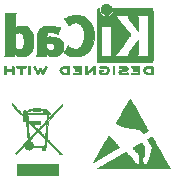
<source format=gbo>
%TF.GenerationSoftware,KiCad,Pcbnew,9.0.1-9.0.1-0~ubuntu24.04.1*%
%TF.CreationDate,2025-05-07T20:50:55+02:00*%
%TF.ProjectId,OOS - optyczny odbiornik sygnalow,4f4f5320-2d20-46f7-9074-79637a6e7920,0.0.3*%
%TF.SameCoordinates,Original*%
%TF.FileFunction,Legend,Bot*%
%TF.FilePolarity,Positive*%
%FSLAX46Y46*%
G04 Gerber Fmt 4.6, Leading zero omitted, Abs format (unit mm)*
G04 Created by KiCad (PCBNEW 9.0.1-9.0.1-0~ubuntu24.04.1) date 2025-05-07 20:50:55*
%MOMM*%
%LPD*%
G01*
G04 APERTURE LIST*
%ADD10C,0.010000*%
%ADD11C,1.000000*%
%ADD12O,1.700000X1.700000*%
%ADD13R,1.700000X1.700000*%
%ADD14O,1.600000X1.200000*%
%ADD15C,1.200000*%
%ADD16O,2.000000X2.000000*%
%ADD17O,4.000000X4.000000*%
%ADD18C,3.200000*%
G04 APERTURE END LIST*
D10*
%TO.C,REF\u002A\u002A*%
X186692971Y-102865397D02*
X183172178Y-102865397D01*
X183172178Y-101997773D01*
X186692971Y-101997773D01*
X186692971Y-102865397D01*
G36*
X186692971Y-102865397D02*
G01*
X183172178Y-102865397D01*
X183172178Y-101997773D01*
X186692971Y-101997773D01*
X186692971Y-102865397D01*
G37*
X185661894Y-97323293D02*
X185662388Y-97336243D01*
X185668819Y-97357986D01*
X185687123Y-97376426D01*
X185722830Y-97398376D01*
X185754174Y-97418429D01*
X185801893Y-97456931D01*
X185845138Y-97500154D01*
X185878219Y-97542202D01*
X185895442Y-97577179D01*
X185899662Y-97590656D01*
X185907480Y-97599909D01*
X185910116Y-97603029D01*
X185931662Y-97608271D01*
X185971314Y-97609357D01*
X186039109Y-97609357D01*
X186039109Y-97722526D01*
X185879577Y-97722526D01*
X185864682Y-97900307D01*
X185862682Y-97924612D01*
X185858023Y-97985455D01*
X185854731Y-98034964D01*
X185853092Y-98068567D01*
X185853390Y-98081691D01*
X185857724Y-98077918D01*
X185877496Y-98058251D01*
X185911679Y-98023393D01*
X185958541Y-97975151D01*
X186016354Y-97915332D01*
X186083387Y-97845742D01*
X186157912Y-97768190D01*
X186238197Y-97684482D01*
X186322513Y-97596424D01*
X186409130Y-97505825D01*
X186496319Y-97414490D01*
X186582349Y-97324228D01*
X186665492Y-97236844D01*
X186744016Y-97154147D01*
X186816192Y-97077943D01*
X186880291Y-97010038D01*
X186934583Y-96952241D01*
X187031592Y-96848615D01*
X187032034Y-96936890D01*
X187032475Y-97025164D01*
X186431938Y-97656733D01*
X185831401Y-98288301D01*
X185819396Y-98432249D01*
X185771365Y-99008210D01*
X185762876Y-99110366D01*
X185752343Y-99238187D01*
X185742621Y-99357342D01*
X185733898Y-99465489D01*
X185726358Y-99560288D01*
X185720187Y-99639394D01*
X185715573Y-99700467D01*
X185712700Y-99741165D01*
X185711754Y-99759145D01*
X185714251Y-99767383D01*
X185725471Y-99785174D01*
X185746751Y-99811986D01*
X185757021Y-99823704D01*
X185779225Y-99849041D01*
X185824023Y-99897561D01*
X185882281Y-99958767D01*
X185955129Y-100033882D01*
X186043703Y-100124125D01*
X186149134Y-100230720D01*
X186218492Y-100300668D01*
X186315179Y-100398233D01*
X186411526Y-100495516D01*
X186504638Y-100589589D01*
X186591618Y-100677525D01*
X186669569Y-100756395D01*
X186735596Y-100823274D01*
X186786802Y-100875233D01*
X186987514Y-101079195D01*
X186951058Y-101117246D01*
X186942460Y-101125820D01*
X186917095Y-101146872D01*
X186899695Y-101155298D01*
X186886071Y-101148105D01*
X186860743Y-101126519D01*
X186830379Y-101095570D01*
X186811896Y-101076023D01*
X186777427Y-101040327D01*
X186728712Y-100990259D01*
X186667469Y-100927576D01*
X186595420Y-100854032D01*
X186514285Y-100771385D01*
X186425784Y-100681390D01*
X186331637Y-100585803D01*
X186233565Y-100486380D01*
X185691161Y-99936918D01*
X185669066Y-100222321D01*
X185664250Y-100283237D01*
X185657216Y-100365123D01*
X185650872Y-100427144D01*
X185644748Y-100472562D01*
X185638373Y-100504637D01*
X185631277Y-100526627D01*
X185622991Y-100541794D01*
X185611393Y-100562991D01*
X185601850Y-100601961D01*
X185599010Y-100658106D01*
X185599010Y-100740348D01*
X185372674Y-100740348D01*
X185372674Y-100564308D01*
X184527082Y-100564308D01*
X184478203Y-100619837D01*
X184464836Y-100634297D01*
X184392388Y-100692388D01*
X184310532Y-100728151D01*
X184221900Y-100740348D01*
X184143692Y-100733881D01*
X184055233Y-100706622D01*
X183979507Y-100657903D01*
X183964748Y-100643978D01*
X183927864Y-100598903D01*
X183895503Y-100546394D01*
X183872297Y-100494636D01*
X183862879Y-100451814D01*
X183862697Y-100445598D01*
X183861342Y-100422821D01*
X183857800Y-100407088D01*
X183850390Y-100399643D01*
X183837431Y-100401731D01*
X183817243Y-100414595D01*
X183788145Y-100439480D01*
X183748456Y-100477628D01*
X183696496Y-100530285D01*
X183630584Y-100598694D01*
X183549040Y-100684099D01*
X183505604Y-100729687D01*
X183433000Y-100806016D01*
X183364309Y-100878383D01*
X183302223Y-100943941D01*
X183249434Y-100999849D01*
X183208634Y-101043261D01*
X183182515Y-101071333D01*
X183111119Y-101149011D01*
X183022863Y-101060991D01*
X183568690Y-100488862D01*
X183603105Y-100452763D01*
X183725546Y-100323847D01*
X183830651Y-100212329D01*
X183918736Y-100117863D01*
X183990116Y-100040104D01*
X184040588Y-99983749D01*
X184247247Y-99983749D01*
X184248872Y-99997009D01*
X184249156Y-99998394D01*
X184262698Y-100029803D01*
X184289748Y-100044438D01*
X184373129Y-100075638D01*
X184447418Y-100127613D01*
X184505846Y-100196366D01*
X184545890Y-100278890D01*
X184565026Y-100372181D01*
X184571364Y-100451140D01*
X185520838Y-100451140D01*
X185527458Y-100422848D01*
X185528629Y-100415904D01*
X185532268Y-100384856D01*
X185537234Y-100334656D01*
X185543157Y-100269302D01*
X185549669Y-100192794D01*
X185556401Y-100109130D01*
X185578724Y-99823704D01*
X185277826Y-99518140D01*
X185222636Y-99462279D01*
X185155109Y-99394463D01*
X185094529Y-99334218D01*
X185043021Y-99283627D01*
X185002710Y-99244775D01*
X184975722Y-99219745D01*
X184964182Y-99210621D01*
X184956444Y-99214980D01*
X184933395Y-99234816D01*
X184898709Y-99267950D01*
X184855487Y-99311395D01*
X184806832Y-99362162D01*
X184794140Y-99375626D01*
X184737229Y-99435850D01*
X184669414Y-99507439D01*
X184595800Y-99585012D01*
X184521493Y-99663186D01*
X184451599Y-99736580D01*
X184447401Y-99740984D01*
X184382420Y-99809360D01*
X184332836Y-99862307D01*
X184296688Y-99902342D01*
X184272016Y-99931986D01*
X184256858Y-99953756D01*
X184249256Y-99970170D01*
X184247247Y-99983749D01*
X184040588Y-99983749D01*
X184045105Y-99978706D01*
X184084019Y-99933323D01*
X184107173Y-99903610D01*
X184114882Y-99889219D01*
X184114883Y-99889134D01*
X184113825Y-99871199D01*
X184110737Y-99830996D01*
X184105858Y-99771262D01*
X184099432Y-99694733D01*
X184091700Y-99604144D01*
X184082905Y-99502232D01*
X184073287Y-99391734D01*
X184063091Y-99275386D01*
X184052556Y-99155923D01*
X184041926Y-99036082D01*
X184031442Y-98918600D01*
X184021346Y-98806212D01*
X184011881Y-98701656D01*
X184003288Y-98607666D01*
X183995809Y-98526980D01*
X183989687Y-98462334D01*
X183985162Y-98416463D01*
X183982478Y-98392105D01*
X183977067Y-98351307D01*
X184106253Y-98351307D01*
X184107908Y-98382228D01*
X184111549Y-98434228D01*
X184116995Y-98505062D01*
X184124063Y-98592486D01*
X184132570Y-98694256D01*
X184142335Y-98808127D01*
X184153174Y-98931854D01*
X184164907Y-99063193D01*
X184174079Y-99164483D01*
X184185566Y-99290101D01*
X184196322Y-99406337D01*
X184206131Y-99510955D01*
X184214781Y-99601715D01*
X184222057Y-99676379D01*
X184227746Y-99732709D01*
X184231634Y-99768466D01*
X184233506Y-99781412D01*
X184239188Y-99777401D01*
X184260020Y-99757713D01*
X184293872Y-99723897D01*
X184338412Y-99678412D01*
X184391310Y-99623721D01*
X184450236Y-99562285D01*
X184512858Y-99496565D01*
X184576848Y-99429024D01*
X184639874Y-99362122D01*
X184699606Y-99298321D01*
X184753713Y-99240082D01*
X184799865Y-99189867D01*
X184835733Y-99150138D01*
X184858984Y-99123355D01*
X184865778Y-99114052D01*
X185047601Y-99114052D01*
X185323305Y-99389543D01*
X185390726Y-99456799D01*
X185454267Y-99519737D01*
X185503490Y-99567675D01*
X185540196Y-99602169D01*
X185566190Y-99624774D01*
X185583276Y-99637046D01*
X185593256Y-99640541D01*
X185597935Y-99636813D01*
X185599116Y-99627419D01*
X185599873Y-99612324D01*
X185602601Y-99573458D01*
X185607108Y-99514470D01*
X185613179Y-99438048D01*
X185620596Y-99346880D01*
X185629142Y-99243655D01*
X185638602Y-99131058D01*
X185648758Y-99011780D01*
X185657723Y-98906652D01*
X185667066Y-98795926D01*
X185675443Y-98695389D01*
X185682653Y-98607518D01*
X185688496Y-98534790D01*
X185692769Y-98479685D01*
X185695273Y-98444679D01*
X185695805Y-98432249D01*
X185695384Y-98432483D01*
X185683509Y-98443925D01*
X185657130Y-98470773D01*
X185618570Y-98510593D01*
X185570153Y-98560947D01*
X185514203Y-98619403D01*
X185453042Y-98683523D01*
X185388995Y-98750873D01*
X185324385Y-98819018D01*
X185261535Y-98885523D01*
X185202768Y-98947952D01*
X185150409Y-99003870D01*
X185049533Y-99111981D01*
X185047601Y-99114052D01*
X184865778Y-99114052D01*
X184867290Y-99111981D01*
X184859148Y-99100958D01*
X184835478Y-99074574D01*
X184798478Y-99035102D01*
X184750350Y-98984766D01*
X184693296Y-98925792D01*
X184629520Y-98860405D01*
X184561222Y-98790830D01*
X184490605Y-98719291D01*
X184419871Y-98648013D01*
X184351222Y-98579222D01*
X184286861Y-98515141D01*
X184228989Y-98457997D01*
X184179810Y-98410014D01*
X184141524Y-98373416D01*
X184116334Y-98350429D01*
X184106442Y-98343278D01*
X184106253Y-98351307D01*
X183977067Y-98351307D01*
X183975390Y-98338664D01*
X183700297Y-98338664D01*
X183699968Y-98128046D01*
X183699797Y-98018747D01*
X183800891Y-98018747D01*
X183800891Y-98238070D01*
X183882624Y-98238070D01*
X183889895Y-98238064D01*
X183930950Y-98237188D01*
X183953277Y-98233442D01*
X183962529Y-98224845D01*
X183964357Y-98209415D01*
X183956306Y-98186734D01*
X183928730Y-98149003D01*
X183882624Y-98099754D01*
X183800891Y-98018747D01*
X183699797Y-98018747D01*
X183699639Y-97917427D01*
X183247914Y-97458466D01*
X182796189Y-96999506D01*
X182795570Y-96912423D01*
X182794951Y-96825342D01*
X183336769Y-97374527D01*
X183389137Y-97427573D01*
X183497803Y-97537347D01*
X183590709Y-97630689D01*
X183669055Y-97708748D01*
X183734043Y-97772672D01*
X183786872Y-97823610D01*
X183828743Y-97862710D01*
X183860855Y-97891123D01*
X183884410Y-97909995D01*
X183900608Y-97920476D01*
X183910649Y-97923714D01*
X183927579Y-97922733D01*
X183937084Y-97915571D01*
X183938723Y-97895976D01*
X183934782Y-97857699D01*
X183932065Y-97833600D01*
X183928284Y-97793319D01*
X183926760Y-97766536D01*
X183926015Y-97757303D01*
X183918746Y-97747414D01*
X183898668Y-97744137D01*
X183859689Y-97745567D01*
X183849737Y-97746128D01*
X183809898Y-97745496D01*
X183781560Y-97736742D01*
X183761586Y-97722526D01*
X184044852Y-97722526D01*
X184049013Y-97769679D01*
X184050935Y-97791073D01*
X184056924Y-97849484D01*
X184062826Y-97887956D01*
X184069727Y-97910487D01*
X184078712Y-97921073D01*
X184090870Y-97923714D01*
X184101801Y-97925512D01*
X184109050Y-97934105D01*
X184113100Y-97954080D01*
X184114863Y-97990025D01*
X184115248Y-98046527D01*
X184115248Y-98169341D01*
X184155447Y-98209415D01*
X184253565Y-98307229D01*
X184391881Y-98445117D01*
X184391881Y-98338664D01*
X185146337Y-98338664D01*
X185146337Y-98577575D01*
X184527831Y-98577575D01*
X184737592Y-98794481D01*
X184777770Y-98835909D01*
X184833328Y-98892775D01*
X184881570Y-98941657D01*
X184919971Y-98980016D01*
X184946003Y-99005316D01*
X184957140Y-99015017D01*
X184961373Y-99012342D01*
X184981224Y-98994357D01*
X185015451Y-98961056D01*
X185062227Y-98914287D01*
X185119724Y-98855900D01*
X185186112Y-98787744D01*
X185259564Y-98711669D01*
X185338251Y-98629525D01*
X185417341Y-98546518D01*
X185494871Y-98464711D01*
X185557746Y-98397658D01*
X185607502Y-98343582D01*
X185645678Y-98300704D01*
X185673811Y-98267248D01*
X185693440Y-98241436D01*
X185706101Y-98221489D01*
X185713334Y-98205631D01*
X185716675Y-98192084D01*
X185717561Y-98185485D01*
X185721488Y-98149123D01*
X185726459Y-98095593D01*
X185731927Y-98030996D01*
X185737344Y-97961437D01*
X185739181Y-97937210D01*
X185744488Y-97871753D01*
X185749548Y-97815292D01*
X185753863Y-97773193D01*
X185756934Y-97750818D01*
X185762955Y-97722526D01*
X184044852Y-97722526D01*
X183761586Y-97722526D01*
X183753630Y-97716864D01*
X183748820Y-97712679D01*
X183709482Y-97662002D01*
X183693903Y-97609357D01*
X184034698Y-97609357D01*
X185449221Y-97609357D01*
X185447172Y-97559060D01*
X185661881Y-97559060D01*
X185661881Y-97609357D01*
X185718908Y-97609357D01*
X185735993Y-97609237D01*
X185761308Y-97607037D01*
X185768616Y-97599909D01*
X185762943Y-97585083D01*
X185761267Y-97582257D01*
X185742448Y-97560519D01*
X185715183Y-97536395D01*
X185687987Y-97516829D01*
X185669371Y-97508763D01*
X185667697Y-97510038D01*
X185663544Y-97527551D01*
X185661881Y-97559060D01*
X185447172Y-97559060D01*
X185445526Y-97518670D01*
X185441832Y-97427982D01*
X185366386Y-97412827D01*
X185328551Y-97405954D01*
X185265368Y-97396331D01*
X185206065Y-97389071D01*
X185121188Y-97380468D01*
X185121188Y-97483615D01*
X184542773Y-97483615D01*
X184542773Y-97392697D01*
X184470471Y-97401328D01*
X184359998Y-97419824D01*
X184248816Y-97453266D01*
X184156850Y-97499899D01*
X184082542Y-97560361D01*
X184034698Y-97609357D01*
X183693903Y-97609357D01*
X183692172Y-97603509D01*
X183697474Y-97542150D01*
X183725975Y-97482872D01*
X183728733Y-97479181D01*
X183766822Y-97447426D01*
X183816476Y-97428642D01*
X183870002Y-97423646D01*
X183919707Y-97433253D01*
X183957900Y-97458279D01*
X183970831Y-97471055D01*
X183983428Y-97474151D01*
X184001467Y-97464573D01*
X184031928Y-97440657D01*
X184041274Y-97433306D01*
X184113430Y-97386914D01*
X184198915Y-97345659D01*
X184268830Y-97320150D01*
X184643367Y-97320150D01*
X184643367Y-97383021D01*
X185020594Y-97383021D01*
X185020594Y-97320150D01*
X184643367Y-97320150D01*
X184268830Y-97320150D01*
X184289767Y-97312511D01*
X184378027Y-97290443D01*
X184455736Y-97282427D01*
X184463991Y-97282363D01*
X184509879Y-97277896D01*
X184535079Y-97265370D01*
X184542773Y-97243359D01*
X184543676Y-97236424D01*
X184548615Y-97230460D01*
X184560611Y-97226094D01*
X184582680Y-97223078D01*
X184617836Y-97221165D01*
X184669094Y-97220105D01*
X184739471Y-97219652D01*
X184831980Y-97219555D01*
X184918660Y-97219725D01*
X184992332Y-97220409D01*
X185046265Y-97221790D01*
X185083288Y-97224045D01*
X185106230Y-97227353D01*
X185117920Y-97231895D01*
X185121188Y-97237847D01*
X185131937Y-97252463D01*
X185162055Y-97261790D01*
X185173582Y-97263422D01*
X185212886Y-97269166D01*
X185265188Y-97276953D01*
X185322376Y-97285578D01*
X185353916Y-97289968D01*
X185400074Y-97294723D01*
X185432641Y-97295870D01*
X185446023Y-97293070D01*
X185448308Y-97291246D01*
X185469405Y-97286740D01*
X185507355Y-97283604D01*
X185556048Y-97282427D01*
X185661881Y-97282427D01*
X185661894Y-97320150D01*
X185661894Y-97323293D01*
G36*
X185661894Y-97323293D02*
G01*
X185662388Y-97336243D01*
X185668819Y-97357986D01*
X185687123Y-97376426D01*
X185722830Y-97398376D01*
X185754174Y-97418429D01*
X185801893Y-97456931D01*
X185845138Y-97500154D01*
X185878219Y-97542202D01*
X185895442Y-97577179D01*
X185899662Y-97590656D01*
X185907480Y-97599909D01*
X185910116Y-97603029D01*
X185931662Y-97608271D01*
X185971314Y-97609357D01*
X186039109Y-97609357D01*
X186039109Y-97722526D01*
X185879577Y-97722526D01*
X185864682Y-97900307D01*
X185862682Y-97924612D01*
X185858023Y-97985455D01*
X185854731Y-98034964D01*
X185853092Y-98068567D01*
X185853390Y-98081691D01*
X185857724Y-98077918D01*
X185877496Y-98058251D01*
X185911679Y-98023393D01*
X185958541Y-97975151D01*
X186016354Y-97915332D01*
X186083387Y-97845742D01*
X186157912Y-97768190D01*
X186238197Y-97684482D01*
X186322513Y-97596424D01*
X186409130Y-97505825D01*
X186496319Y-97414490D01*
X186582349Y-97324228D01*
X186665492Y-97236844D01*
X186744016Y-97154147D01*
X186816192Y-97077943D01*
X186880291Y-97010038D01*
X186934583Y-96952241D01*
X187031592Y-96848615D01*
X187032034Y-96936890D01*
X187032475Y-97025164D01*
X186431938Y-97656733D01*
X185831401Y-98288301D01*
X185819396Y-98432249D01*
X185771365Y-99008210D01*
X185762876Y-99110366D01*
X185752343Y-99238187D01*
X185742621Y-99357342D01*
X185733898Y-99465489D01*
X185726358Y-99560288D01*
X185720187Y-99639394D01*
X185715573Y-99700467D01*
X185712700Y-99741165D01*
X185711754Y-99759145D01*
X185714251Y-99767383D01*
X185725471Y-99785174D01*
X185746751Y-99811986D01*
X185757021Y-99823704D01*
X185779225Y-99849041D01*
X185824023Y-99897561D01*
X185882281Y-99958767D01*
X185955129Y-100033882D01*
X186043703Y-100124125D01*
X186149134Y-100230720D01*
X186218492Y-100300668D01*
X186315179Y-100398233D01*
X186411526Y-100495516D01*
X186504638Y-100589589D01*
X186591618Y-100677525D01*
X186669569Y-100756395D01*
X186735596Y-100823274D01*
X186786802Y-100875233D01*
X186987514Y-101079195D01*
X186951058Y-101117246D01*
X186942460Y-101125820D01*
X186917095Y-101146872D01*
X186899695Y-101155298D01*
X186886071Y-101148105D01*
X186860743Y-101126519D01*
X186830379Y-101095570D01*
X186811896Y-101076023D01*
X186777427Y-101040327D01*
X186728712Y-100990259D01*
X186667469Y-100927576D01*
X186595420Y-100854032D01*
X186514285Y-100771385D01*
X186425784Y-100681390D01*
X186331637Y-100585803D01*
X186233565Y-100486380D01*
X185691161Y-99936918D01*
X185669066Y-100222321D01*
X185664250Y-100283237D01*
X185657216Y-100365123D01*
X185650872Y-100427144D01*
X185644748Y-100472562D01*
X185638373Y-100504637D01*
X185631277Y-100526627D01*
X185622991Y-100541794D01*
X185611393Y-100562991D01*
X185601850Y-100601961D01*
X185599010Y-100658106D01*
X185599010Y-100740348D01*
X185372674Y-100740348D01*
X185372674Y-100564308D01*
X184527082Y-100564308D01*
X184478203Y-100619837D01*
X184464836Y-100634297D01*
X184392388Y-100692388D01*
X184310532Y-100728151D01*
X184221900Y-100740348D01*
X184143692Y-100733881D01*
X184055233Y-100706622D01*
X183979507Y-100657903D01*
X183964748Y-100643978D01*
X183927864Y-100598903D01*
X183895503Y-100546394D01*
X183872297Y-100494636D01*
X183862879Y-100451814D01*
X183862697Y-100445598D01*
X183861342Y-100422821D01*
X183857800Y-100407088D01*
X183850390Y-100399643D01*
X183837431Y-100401731D01*
X183817243Y-100414595D01*
X183788145Y-100439480D01*
X183748456Y-100477628D01*
X183696496Y-100530285D01*
X183630584Y-100598694D01*
X183549040Y-100684099D01*
X183505604Y-100729687D01*
X183433000Y-100806016D01*
X183364309Y-100878383D01*
X183302223Y-100943941D01*
X183249434Y-100999849D01*
X183208634Y-101043261D01*
X183182515Y-101071333D01*
X183111119Y-101149011D01*
X183022863Y-101060991D01*
X183568690Y-100488862D01*
X183603105Y-100452763D01*
X183725546Y-100323847D01*
X183830651Y-100212329D01*
X183918736Y-100117863D01*
X183990116Y-100040104D01*
X184040588Y-99983749D01*
X184247247Y-99983749D01*
X184248872Y-99997009D01*
X184249156Y-99998394D01*
X184262698Y-100029803D01*
X184289748Y-100044438D01*
X184373129Y-100075638D01*
X184447418Y-100127613D01*
X184505846Y-100196366D01*
X184545890Y-100278890D01*
X184565026Y-100372181D01*
X184571364Y-100451140D01*
X185520838Y-100451140D01*
X185527458Y-100422848D01*
X185528629Y-100415904D01*
X185532268Y-100384856D01*
X185537234Y-100334656D01*
X185543157Y-100269302D01*
X185549669Y-100192794D01*
X185556401Y-100109130D01*
X185578724Y-99823704D01*
X185277826Y-99518140D01*
X185222636Y-99462279D01*
X185155109Y-99394463D01*
X185094529Y-99334218D01*
X185043021Y-99283627D01*
X185002710Y-99244775D01*
X184975722Y-99219745D01*
X184964182Y-99210621D01*
X184956444Y-99214980D01*
X184933395Y-99234816D01*
X184898709Y-99267950D01*
X184855487Y-99311395D01*
X184806832Y-99362162D01*
X184794140Y-99375626D01*
X184737229Y-99435850D01*
X184669414Y-99507439D01*
X184595800Y-99585012D01*
X184521493Y-99663186D01*
X184451599Y-99736580D01*
X184447401Y-99740984D01*
X184382420Y-99809360D01*
X184332836Y-99862307D01*
X184296688Y-99902342D01*
X184272016Y-99931986D01*
X184256858Y-99953756D01*
X184249256Y-99970170D01*
X184247247Y-99983749D01*
X184040588Y-99983749D01*
X184045105Y-99978706D01*
X184084019Y-99933323D01*
X184107173Y-99903610D01*
X184114882Y-99889219D01*
X184114883Y-99889134D01*
X184113825Y-99871199D01*
X184110737Y-99830996D01*
X184105858Y-99771262D01*
X184099432Y-99694733D01*
X184091700Y-99604144D01*
X184082905Y-99502232D01*
X184073287Y-99391734D01*
X184063091Y-99275386D01*
X184052556Y-99155923D01*
X184041926Y-99036082D01*
X184031442Y-98918600D01*
X184021346Y-98806212D01*
X184011881Y-98701656D01*
X184003288Y-98607666D01*
X183995809Y-98526980D01*
X183989687Y-98462334D01*
X183985162Y-98416463D01*
X183982478Y-98392105D01*
X183977067Y-98351307D01*
X184106253Y-98351307D01*
X184107908Y-98382228D01*
X184111549Y-98434228D01*
X184116995Y-98505062D01*
X184124063Y-98592486D01*
X184132570Y-98694256D01*
X184142335Y-98808127D01*
X184153174Y-98931854D01*
X184164907Y-99063193D01*
X184174079Y-99164483D01*
X184185566Y-99290101D01*
X184196322Y-99406337D01*
X184206131Y-99510955D01*
X184214781Y-99601715D01*
X184222057Y-99676379D01*
X184227746Y-99732709D01*
X184231634Y-99768466D01*
X184233506Y-99781412D01*
X184239188Y-99777401D01*
X184260020Y-99757713D01*
X184293872Y-99723897D01*
X184338412Y-99678412D01*
X184391310Y-99623721D01*
X184450236Y-99562285D01*
X184512858Y-99496565D01*
X184576848Y-99429024D01*
X184639874Y-99362122D01*
X184699606Y-99298321D01*
X184753713Y-99240082D01*
X184799865Y-99189867D01*
X184835733Y-99150138D01*
X184858984Y-99123355D01*
X184865778Y-99114052D01*
X185047601Y-99114052D01*
X185323305Y-99389543D01*
X185390726Y-99456799D01*
X185454267Y-99519737D01*
X185503490Y-99567675D01*
X185540196Y-99602169D01*
X185566190Y-99624774D01*
X185583276Y-99637046D01*
X185593256Y-99640541D01*
X185597935Y-99636813D01*
X185599116Y-99627419D01*
X185599873Y-99612324D01*
X185602601Y-99573458D01*
X185607108Y-99514470D01*
X185613179Y-99438048D01*
X185620596Y-99346880D01*
X185629142Y-99243655D01*
X185638602Y-99131058D01*
X185648758Y-99011780D01*
X185657723Y-98906652D01*
X185667066Y-98795926D01*
X185675443Y-98695389D01*
X185682653Y-98607518D01*
X185688496Y-98534790D01*
X185692769Y-98479685D01*
X185695273Y-98444679D01*
X185695805Y-98432249D01*
X185695384Y-98432483D01*
X185683509Y-98443925D01*
X185657130Y-98470773D01*
X185618570Y-98510593D01*
X185570153Y-98560947D01*
X185514203Y-98619403D01*
X185453042Y-98683523D01*
X185388995Y-98750873D01*
X185324385Y-98819018D01*
X185261535Y-98885523D01*
X185202768Y-98947952D01*
X185150409Y-99003870D01*
X185049533Y-99111981D01*
X185047601Y-99114052D01*
X184865778Y-99114052D01*
X184867290Y-99111981D01*
X184859148Y-99100958D01*
X184835478Y-99074574D01*
X184798478Y-99035102D01*
X184750350Y-98984766D01*
X184693296Y-98925792D01*
X184629520Y-98860405D01*
X184561222Y-98790830D01*
X184490605Y-98719291D01*
X184419871Y-98648013D01*
X184351222Y-98579222D01*
X184286861Y-98515141D01*
X184228989Y-98457997D01*
X184179810Y-98410014D01*
X184141524Y-98373416D01*
X184116334Y-98350429D01*
X184106442Y-98343278D01*
X184106253Y-98351307D01*
X183977067Y-98351307D01*
X183975390Y-98338664D01*
X183700297Y-98338664D01*
X183699968Y-98128046D01*
X183699797Y-98018747D01*
X183800891Y-98018747D01*
X183800891Y-98238070D01*
X183882624Y-98238070D01*
X183889895Y-98238064D01*
X183930950Y-98237188D01*
X183953277Y-98233442D01*
X183962529Y-98224845D01*
X183964357Y-98209415D01*
X183956306Y-98186734D01*
X183928730Y-98149003D01*
X183882624Y-98099754D01*
X183800891Y-98018747D01*
X183699797Y-98018747D01*
X183699639Y-97917427D01*
X183247914Y-97458466D01*
X182796189Y-96999506D01*
X182795570Y-96912423D01*
X182794951Y-96825342D01*
X183336769Y-97374527D01*
X183389137Y-97427573D01*
X183497803Y-97537347D01*
X183590709Y-97630689D01*
X183669055Y-97708748D01*
X183734043Y-97772672D01*
X183786872Y-97823610D01*
X183828743Y-97862710D01*
X183860855Y-97891123D01*
X183884410Y-97909995D01*
X183900608Y-97920476D01*
X183910649Y-97923714D01*
X183927579Y-97922733D01*
X183937084Y-97915571D01*
X183938723Y-97895976D01*
X183934782Y-97857699D01*
X183932065Y-97833600D01*
X183928284Y-97793319D01*
X183926760Y-97766536D01*
X183926015Y-97757303D01*
X183918746Y-97747414D01*
X183898668Y-97744137D01*
X183859689Y-97745567D01*
X183849737Y-97746128D01*
X183809898Y-97745496D01*
X183781560Y-97736742D01*
X183761586Y-97722526D01*
X184044852Y-97722526D01*
X184049013Y-97769679D01*
X184050935Y-97791073D01*
X184056924Y-97849484D01*
X184062826Y-97887956D01*
X184069727Y-97910487D01*
X184078712Y-97921073D01*
X184090870Y-97923714D01*
X184101801Y-97925512D01*
X184109050Y-97934105D01*
X184113100Y-97954080D01*
X184114863Y-97990025D01*
X184115248Y-98046527D01*
X184115248Y-98169341D01*
X184155447Y-98209415D01*
X184253565Y-98307229D01*
X184391881Y-98445117D01*
X184391881Y-98338664D01*
X185146337Y-98338664D01*
X185146337Y-98577575D01*
X184527831Y-98577575D01*
X184737592Y-98794481D01*
X184777770Y-98835909D01*
X184833328Y-98892775D01*
X184881570Y-98941657D01*
X184919971Y-98980016D01*
X184946003Y-99005316D01*
X184957140Y-99015017D01*
X184961373Y-99012342D01*
X184981224Y-98994357D01*
X185015451Y-98961056D01*
X185062227Y-98914287D01*
X185119724Y-98855900D01*
X185186112Y-98787744D01*
X185259564Y-98711669D01*
X185338251Y-98629525D01*
X185417341Y-98546518D01*
X185494871Y-98464711D01*
X185557746Y-98397658D01*
X185607502Y-98343582D01*
X185645678Y-98300704D01*
X185673811Y-98267248D01*
X185693440Y-98241436D01*
X185706101Y-98221489D01*
X185713334Y-98205631D01*
X185716675Y-98192084D01*
X185717561Y-98185485D01*
X185721488Y-98149123D01*
X185726459Y-98095593D01*
X185731927Y-98030996D01*
X185737344Y-97961437D01*
X185739181Y-97937210D01*
X185744488Y-97871753D01*
X185749548Y-97815292D01*
X185753863Y-97773193D01*
X185756934Y-97750818D01*
X185762955Y-97722526D01*
X184044852Y-97722526D01*
X183761586Y-97722526D01*
X183753630Y-97716864D01*
X183748820Y-97712679D01*
X183709482Y-97662002D01*
X183693903Y-97609357D01*
X184034698Y-97609357D01*
X185449221Y-97609357D01*
X185447172Y-97559060D01*
X185661881Y-97559060D01*
X185661881Y-97609357D01*
X185718908Y-97609357D01*
X185735993Y-97609237D01*
X185761308Y-97607037D01*
X185768616Y-97599909D01*
X185762943Y-97585083D01*
X185761267Y-97582257D01*
X185742448Y-97560519D01*
X185715183Y-97536395D01*
X185687987Y-97516829D01*
X185669371Y-97508763D01*
X185667697Y-97510038D01*
X185663544Y-97527551D01*
X185661881Y-97559060D01*
X185447172Y-97559060D01*
X185445526Y-97518670D01*
X185441832Y-97427982D01*
X185366386Y-97412827D01*
X185328551Y-97405954D01*
X185265368Y-97396331D01*
X185206065Y-97389071D01*
X185121188Y-97380468D01*
X185121188Y-97483615D01*
X184542773Y-97483615D01*
X184542773Y-97392697D01*
X184470471Y-97401328D01*
X184359998Y-97419824D01*
X184248816Y-97453266D01*
X184156850Y-97499899D01*
X184082542Y-97560361D01*
X184034698Y-97609357D01*
X183693903Y-97609357D01*
X183692172Y-97603509D01*
X183697474Y-97542150D01*
X183725975Y-97482872D01*
X183728733Y-97479181D01*
X183766822Y-97447426D01*
X183816476Y-97428642D01*
X183870002Y-97423646D01*
X183919707Y-97433253D01*
X183957900Y-97458279D01*
X183970831Y-97471055D01*
X183983428Y-97474151D01*
X184001467Y-97464573D01*
X184031928Y-97440657D01*
X184041274Y-97433306D01*
X184113430Y-97386914D01*
X184198915Y-97345659D01*
X184268830Y-97320150D01*
X184643367Y-97320150D01*
X184643367Y-97383021D01*
X185020594Y-97383021D01*
X185020594Y-97320150D01*
X184643367Y-97320150D01*
X184268830Y-97320150D01*
X184289767Y-97312511D01*
X184378027Y-97290443D01*
X184455736Y-97282427D01*
X184463991Y-97282363D01*
X184509879Y-97277896D01*
X184535079Y-97265370D01*
X184542773Y-97243359D01*
X184543676Y-97236424D01*
X184548615Y-97230460D01*
X184560611Y-97226094D01*
X184582680Y-97223078D01*
X184617836Y-97221165D01*
X184669094Y-97220105D01*
X184739471Y-97219652D01*
X184831980Y-97219555D01*
X184918660Y-97219725D01*
X184992332Y-97220409D01*
X185046265Y-97221790D01*
X185083288Y-97224045D01*
X185106230Y-97227353D01*
X185117920Y-97231895D01*
X185121188Y-97237847D01*
X185131937Y-97252463D01*
X185162055Y-97261790D01*
X185173582Y-97263422D01*
X185212886Y-97269166D01*
X185265188Y-97276953D01*
X185322376Y-97285578D01*
X185353916Y-97289968D01*
X185400074Y-97294723D01*
X185432641Y-97295870D01*
X185446023Y-97293070D01*
X185448308Y-97291246D01*
X185469405Y-97286740D01*
X185507355Y-97283604D01*
X185556048Y-97282427D01*
X185661881Y-97282427D01*
X185661894Y-97320150D01*
X185661894Y-97323293D01*
G37*
X192765560Y-96453175D02*
X192777093Y-96470511D01*
X192802500Y-96512162D01*
X192840507Y-96575911D01*
X192889837Y-96659545D01*
X192949213Y-96760849D01*
X193017359Y-96877609D01*
X193093000Y-97007608D01*
X193174859Y-97148633D01*
X193261660Y-97298468D01*
X193352126Y-97454900D01*
X193444982Y-97615713D01*
X193538951Y-97778693D01*
X193632757Y-97941624D01*
X193725124Y-98102292D01*
X193814776Y-98258482D01*
X193900436Y-98407980D01*
X193980828Y-98548571D01*
X194054677Y-98678040D01*
X194120705Y-98794172D01*
X194177637Y-98894752D01*
X194224197Y-98977567D01*
X194259108Y-99040400D01*
X194281094Y-99081037D01*
X194288879Y-99097264D01*
X194288887Y-99097388D01*
X194276333Y-99114416D01*
X194240258Y-99143279D01*
X194184417Y-99181247D01*
X194112561Y-99225587D01*
X194064373Y-99253952D01*
X193995032Y-99293396D01*
X193946734Y-99318254D01*
X193916242Y-99329924D01*
X193900320Y-99329806D01*
X193895732Y-99319297D01*
X193895382Y-99317583D01*
X193882268Y-99296682D01*
X193854000Y-99261139D01*
X193815786Y-99217583D01*
X193798155Y-99198875D01*
X193743482Y-99148512D01*
X193683022Y-99105465D01*
X193613182Y-99068473D01*
X193530370Y-99036273D01*
X193430992Y-99007602D01*
X193311455Y-98981198D01*
X193168166Y-98955800D01*
X192997531Y-98930145D01*
X192801134Y-98901227D01*
X192611274Y-98870173D01*
X192445260Y-98839044D01*
X192299382Y-98806942D01*
X192169927Y-98772969D01*
X192053183Y-98736226D01*
X191945440Y-98695817D01*
X191842985Y-98650843D01*
X191767688Y-98613754D01*
X191695765Y-98574725D01*
X191638886Y-98539882D01*
X191601499Y-98511965D01*
X191588049Y-98493714D01*
X191588446Y-98492370D01*
X191599280Y-98470862D01*
X191623845Y-98425822D01*
X191660685Y-98359772D01*
X191708347Y-98275233D01*
X191765376Y-98174727D01*
X191830318Y-98060776D01*
X191901719Y-97935901D01*
X191978124Y-97802624D01*
X192058079Y-97663467D01*
X192140130Y-97520951D01*
X192222822Y-97377598D01*
X192304701Y-97235930D01*
X192384313Y-97098468D01*
X192460204Y-96967734D01*
X192530919Y-96846250D01*
X192595004Y-96736538D01*
X192651004Y-96641118D01*
X192697466Y-96562514D01*
X192732935Y-96503245D01*
X192755957Y-96465835D01*
X192765077Y-96452805D01*
X192765560Y-96453175D01*
G36*
X192765560Y-96453175D02*
G01*
X192777093Y-96470511D01*
X192802500Y-96512162D01*
X192840507Y-96575911D01*
X192889837Y-96659545D01*
X192949213Y-96760849D01*
X193017359Y-96877609D01*
X193093000Y-97007608D01*
X193174859Y-97148633D01*
X193261660Y-97298468D01*
X193352126Y-97454900D01*
X193444982Y-97615713D01*
X193538951Y-97778693D01*
X193632757Y-97941624D01*
X193725124Y-98102292D01*
X193814776Y-98258482D01*
X193900436Y-98407980D01*
X193980828Y-98548571D01*
X194054677Y-98678040D01*
X194120705Y-98794172D01*
X194177637Y-98894752D01*
X194224197Y-98977567D01*
X194259108Y-99040400D01*
X194281094Y-99081037D01*
X194288879Y-99097264D01*
X194288887Y-99097388D01*
X194276333Y-99114416D01*
X194240258Y-99143279D01*
X194184417Y-99181247D01*
X194112561Y-99225587D01*
X194064373Y-99253952D01*
X193995032Y-99293396D01*
X193946734Y-99318254D01*
X193916242Y-99329924D01*
X193900320Y-99329806D01*
X193895732Y-99319297D01*
X193895382Y-99317583D01*
X193882268Y-99296682D01*
X193854000Y-99261139D01*
X193815786Y-99217583D01*
X193798155Y-99198875D01*
X193743482Y-99148512D01*
X193683022Y-99105465D01*
X193613182Y-99068473D01*
X193530370Y-99036273D01*
X193430992Y-99007602D01*
X193311455Y-98981198D01*
X193168166Y-98955800D01*
X192997531Y-98930145D01*
X192801134Y-98901227D01*
X192611274Y-98870173D01*
X192445260Y-98839044D01*
X192299382Y-98806942D01*
X192169927Y-98772969D01*
X192053183Y-98736226D01*
X191945440Y-98695817D01*
X191842985Y-98650843D01*
X191767688Y-98613754D01*
X191695765Y-98574725D01*
X191638886Y-98539882D01*
X191601499Y-98511965D01*
X191588049Y-98493714D01*
X191588446Y-98492370D01*
X191599280Y-98470862D01*
X191623845Y-98425822D01*
X191660685Y-98359772D01*
X191708347Y-98275233D01*
X191765376Y-98174727D01*
X191830318Y-98060776D01*
X191901719Y-97935901D01*
X191978124Y-97802624D01*
X192058079Y-97663467D01*
X192140130Y-97520951D01*
X192222822Y-97377598D01*
X192304701Y-97235930D01*
X192384313Y-97098468D01*
X192460204Y-96967734D01*
X192530919Y-96846250D01*
X192595004Y-96736538D01*
X192651004Y-96641118D01*
X192697466Y-96562514D01*
X192732935Y-96503245D01*
X192755957Y-96465835D01*
X192765077Y-96452805D01*
X192765560Y-96453175D01*
G37*
X191002836Y-99622363D02*
X191017023Y-99636032D01*
X191058392Y-99677719D01*
X191113107Y-99734472D01*
X191178510Y-99803397D01*
X191251943Y-99881599D01*
X191330746Y-99966182D01*
X191412260Y-100054253D01*
X191493827Y-100142916D01*
X191572788Y-100229276D01*
X191646483Y-100310439D01*
X191712254Y-100383510D01*
X191767441Y-100445594D01*
X191809386Y-100493795D01*
X191835431Y-100525220D01*
X191842915Y-100536974D01*
X191840346Y-100538272D01*
X191815785Y-100551978D01*
X191767204Y-100579613D01*
X191696652Y-100619998D01*
X191606173Y-100671955D01*
X191497815Y-100734305D01*
X191373624Y-100805871D01*
X191235645Y-100885475D01*
X191085926Y-100971938D01*
X190926513Y-101064083D01*
X190759451Y-101160732D01*
X190697008Y-101196867D01*
X190532883Y-101291806D01*
X190377358Y-101381714D01*
X190232454Y-101465424D01*
X190100195Y-101541771D01*
X189982604Y-101609589D01*
X189881702Y-101667711D01*
X189799513Y-101714971D01*
X189738059Y-101750203D01*
X189699364Y-101772242D01*
X189685449Y-101779920D01*
X189686075Y-101775831D01*
X189697493Y-101752330D01*
X189718493Y-101714786D01*
X189731376Y-101692564D01*
X189758772Y-101645173D01*
X189799087Y-101575377D01*
X189851009Y-101485444D01*
X189913231Y-101377642D01*
X189984443Y-101254240D01*
X190063335Y-101117506D01*
X190148598Y-100969709D01*
X190238924Y-100813117D01*
X190333002Y-100650000D01*
X190425121Y-100490323D01*
X190514680Y-100335187D01*
X190598893Y-100189412D01*
X190676497Y-100055183D01*
X190746225Y-99934685D01*
X190806814Y-99830102D01*
X190856998Y-99743619D01*
X190895512Y-99677421D01*
X190921092Y-99633693D01*
X190932472Y-99614619D01*
X190955820Y-99578201D01*
X191002836Y-99622363D01*
G36*
X191002836Y-99622363D02*
G01*
X191017023Y-99636032D01*
X191058392Y-99677719D01*
X191113107Y-99734472D01*
X191178510Y-99803397D01*
X191251943Y-99881599D01*
X191330746Y-99966182D01*
X191412260Y-100054253D01*
X191493827Y-100142916D01*
X191572788Y-100229276D01*
X191646483Y-100310439D01*
X191712254Y-100383510D01*
X191767441Y-100445594D01*
X191809386Y-100493795D01*
X191835431Y-100525220D01*
X191842915Y-100536974D01*
X191840346Y-100538272D01*
X191815785Y-100551978D01*
X191767204Y-100579613D01*
X191696652Y-100619998D01*
X191606173Y-100671955D01*
X191497815Y-100734305D01*
X191373624Y-100805871D01*
X191235645Y-100885475D01*
X191085926Y-100971938D01*
X190926513Y-101064083D01*
X190759451Y-101160732D01*
X190697008Y-101196867D01*
X190532883Y-101291806D01*
X190377358Y-101381714D01*
X190232454Y-101465424D01*
X190100195Y-101541771D01*
X189982604Y-101609589D01*
X189881702Y-101667711D01*
X189799513Y-101714971D01*
X189738059Y-101750203D01*
X189699364Y-101772242D01*
X189685449Y-101779920D01*
X189686075Y-101775831D01*
X189697493Y-101752330D01*
X189718493Y-101714786D01*
X189731376Y-101692564D01*
X189758772Y-101645173D01*
X189799087Y-101575377D01*
X189851009Y-101485444D01*
X189913231Y-101377642D01*
X189984443Y-101254240D01*
X190063335Y-101117506D01*
X190148598Y-100969709D01*
X190238924Y-100813117D01*
X190333002Y-100650000D01*
X190425121Y-100490323D01*
X190514680Y-100335187D01*
X190598893Y-100189412D01*
X190676497Y-100055183D01*
X190746225Y-99934685D01*
X190806814Y-99830102D01*
X190856998Y-99743619D01*
X190895512Y-99677421D01*
X190921092Y-99633693D01*
X190932472Y-99614619D01*
X190955820Y-99578201D01*
X191002836Y-99622363D01*
G37*
X194630047Y-99676040D02*
X194635802Y-99684625D01*
X194656365Y-99718346D01*
X194690179Y-99775200D01*
X194735950Y-99852968D01*
X194792383Y-99949432D01*
X194858184Y-100062371D01*
X194932058Y-100189568D01*
X195012711Y-100328803D01*
X195098848Y-100477857D01*
X195189175Y-100634512D01*
X195213947Y-100677521D01*
X195311900Y-100847575D01*
X195410509Y-101018754D01*
X195507760Y-101187562D01*
X195601638Y-101350503D01*
X195690131Y-101504082D01*
X195771222Y-101644801D01*
X195842898Y-101769166D01*
X195903144Y-101873680D01*
X195949947Y-101954847D01*
X196171030Y-102338171D01*
X193071076Y-102338171D01*
X192942921Y-102338159D01*
X192637500Y-102338042D01*
X192341432Y-102337802D01*
X192056159Y-102337444D01*
X191783123Y-102336976D01*
X191523765Y-102336403D01*
X191279527Y-102335732D01*
X191051849Y-102334968D01*
X190842174Y-102334119D01*
X190651943Y-102333189D01*
X190482597Y-102332186D01*
X190335578Y-102331115D01*
X190212327Y-102329983D01*
X190114286Y-102328796D01*
X190042896Y-102327559D01*
X189999598Y-102326280D01*
X189985835Y-102324963D01*
X189996054Y-102318304D01*
X190031311Y-102297083D01*
X190089221Y-102262920D01*
X190167430Y-102217171D01*
X190263583Y-102161190D01*
X190375323Y-102096333D01*
X190500296Y-102023954D01*
X190636146Y-101945409D01*
X190780518Y-101862054D01*
X190931056Y-101775243D01*
X191085405Y-101686332D01*
X191241210Y-101596676D01*
X191396116Y-101507629D01*
X191547766Y-101420548D01*
X191693806Y-101336788D01*
X191831881Y-101257703D01*
X191959634Y-101184649D01*
X192074711Y-101118981D01*
X192174756Y-101062054D01*
X192257414Y-101015224D01*
X192320329Y-100979846D01*
X192361147Y-100957274D01*
X192377511Y-100948864D01*
X192388189Y-100950949D01*
X192420358Y-100969908D01*
X192466221Y-101005032D01*
X192520740Y-101052669D01*
X192569845Y-101100356D01*
X192632389Y-101165316D01*
X192702368Y-101241155D01*
X192776196Y-101323698D01*
X192850285Y-101408768D01*
X192921048Y-101492190D01*
X192984898Y-101569789D01*
X193038247Y-101637389D01*
X193077509Y-101690814D01*
X193099095Y-101725889D01*
X193113506Y-101751505D01*
X193152643Y-101804516D01*
X193202958Y-101860912D01*
X193257276Y-101913462D01*
X193308424Y-101954930D01*
X193349227Y-101978086D01*
X193394292Y-101983438D01*
X193454426Y-101968645D01*
X193511579Y-101934726D01*
X193555933Y-101886053D01*
X193563613Y-101873425D01*
X193573392Y-101852743D01*
X193579765Y-101827854D01*
X193583142Y-101793409D01*
X193583931Y-101744062D01*
X193582541Y-101674464D01*
X193579381Y-101579268D01*
X193577116Y-101524202D01*
X193572304Y-101437117D01*
X193566625Y-101360899D01*
X193560608Y-101302249D01*
X193554783Y-101267866D01*
X193540679Y-101228588D01*
X193498866Y-101151240D01*
X193433895Y-101059591D01*
X193344970Y-100952567D01*
X193231300Y-100829090D01*
X193181972Y-100777066D01*
X193124938Y-100715696D01*
X193077864Y-100663665D01*
X193044624Y-100625266D01*
X193029089Y-100604796D01*
X193027492Y-100601546D01*
X193025577Y-100587553D01*
X193035145Y-100572039D01*
X193060115Y-100551659D01*
X193104406Y-100523071D01*
X193171938Y-100482932D01*
X193229347Y-100449422D01*
X193334992Y-100388123D01*
X193418171Y-100340509D01*
X193481678Y-100305033D01*
X193528306Y-100280149D01*
X193560850Y-100264313D01*
X193582104Y-100255977D01*
X193604097Y-100246728D01*
X193616951Y-100234307D01*
X193618154Y-100231378D01*
X193636961Y-100215084D01*
X193671335Y-100194098D01*
X193725719Y-100164810D01*
X193765874Y-100202192D01*
X193780057Y-100217336D01*
X193813055Y-100258493D01*
X193853346Y-100313445D01*
X193895182Y-100374531D01*
X193984336Y-100509489D01*
X193980837Y-100859362D01*
X193977339Y-101209235D01*
X193926393Y-101258733D01*
X193909274Y-101276379D01*
X193854376Y-101355660D01*
X193822330Y-101449935D01*
X193811412Y-101563780D01*
X193814123Y-101624779D01*
X193833261Y-101732378D01*
X193868141Y-101830583D01*
X193915742Y-101909382D01*
X193948795Y-101938114D01*
X194007549Y-101959937D01*
X194074061Y-101962454D01*
X194139816Y-101946828D01*
X194196301Y-101914220D01*
X194235003Y-101865793D01*
X194236270Y-101863168D01*
X194259663Y-101815225D01*
X194284439Y-101765122D01*
X194305472Y-101718087D01*
X194335644Y-101638810D01*
X194368932Y-101541072D01*
X194404179Y-101429228D01*
X194440229Y-101307634D01*
X194475925Y-101180645D01*
X194510110Y-101052616D01*
X194541627Y-100927902D01*
X194569320Y-100810859D01*
X194592032Y-100705843D01*
X194608606Y-100617209D01*
X194617885Y-100549312D01*
X194618714Y-100506507D01*
X194616847Y-100496782D01*
X194598658Y-100447556D01*
X194564907Y-100381699D01*
X194518555Y-100305165D01*
X194500764Y-100277585D01*
X194429282Y-100165122D01*
X194368520Y-100066772D01*
X194319817Y-99984832D01*
X194284514Y-99921605D01*
X194263952Y-99879390D01*
X194259469Y-99860487D01*
X194259988Y-99859820D01*
X194278545Y-99846205D01*
X194318202Y-99821319D01*
X194373526Y-99788476D01*
X194439084Y-99750988D01*
X194444626Y-99747876D01*
X194515807Y-99708712D01*
X194565381Y-99683736D01*
X194597906Y-99671158D01*
X194617942Y-99669189D01*
X194630047Y-99676040D01*
G36*
X194630047Y-99676040D02*
G01*
X194635802Y-99684625D01*
X194656365Y-99718346D01*
X194690179Y-99775200D01*
X194735950Y-99852968D01*
X194792383Y-99949432D01*
X194858184Y-100062371D01*
X194932058Y-100189568D01*
X195012711Y-100328803D01*
X195098848Y-100477857D01*
X195189175Y-100634512D01*
X195213947Y-100677521D01*
X195311900Y-100847575D01*
X195410509Y-101018754D01*
X195507760Y-101187562D01*
X195601638Y-101350503D01*
X195690131Y-101504082D01*
X195771222Y-101644801D01*
X195842898Y-101769166D01*
X195903144Y-101873680D01*
X195949947Y-101954847D01*
X196171030Y-102338171D01*
X193071076Y-102338171D01*
X192942921Y-102338159D01*
X192637500Y-102338042D01*
X192341432Y-102337802D01*
X192056159Y-102337444D01*
X191783123Y-102336976D01*
X191523765Y-102336403D01*
X191279527Y-102335732D01*
X191051849Y-102334968D01*
X190842174Y-102334119D01*
X190651943Y-102333189D01*
X190482597Y-102332186D01*
X190335578Y-102331115D01*
X190212327Y-102329983D01*
X190114286Y-102328796D01*
X190042896Y-102327559D01*
X189999598Y-102326280D01*
X189985835Y-102324963D01*
X189996054Y-102318304D01*
X190031311Y-102297083D01*
X190089221Y-102262920D01*
X190167430Y-102217171D01*
X190263583Y-102161190D01*
X190375323Y-102096333D01*
X190500296Y-102023954D01*
X190636146Y-101945409D01*
X190780518Y-101862054D01*
X190931056Y-101775243D01*
X191085405Y-101686332D01*
X191241210Y-101596676D01*
X191396116Y-101507629D01*
X191547766Y-101420548D01*
X191693806Y-101336788D01*
X191831881Y-101257703D01*
X191959634Y-101184649D01*
X192074711Y-101118981D01*
X192174756Y-101062054D01*
X192257414Y-101015224D01*
X192320329Y-100979846D01*
X192361147Y-100957274D01*
X192377511Y-100948864D01*
X192388189Y-100950949D01*
X192420358Y-100969908D01*
X192466221Y-101005032D01*
X192520740Y-101052669D01*
X192569845Y-101100356D01*
X192632389Y-101165316D01*
X192702368Y-101241155D01*
X192776196Y-101323698D01*
X192850285Y-101408768D01*
X192921048Y-101492190D01*
X192984898Y-101569789D01*
X193038247Y-101637389D01*
X193077509Y-101690814D01*
X193099095Y-101725889D01*
X193113506Y-101751505D01*
X193152643Y-101804516D01*
X193202958Y-101860912D01*
X193257276Y-101913462D01*
X193308424Y-101954930D01*
X193349227Y-101978086D01*
X193394292Y-101983438D01*
X193454426Y-101968645D01*
X193511579Y-101934726D01*
X193555933Y-101886053D01*
X193563613Y-101873425D01*
X193573392Y-101852743D01*
X193579765Y-101827854D01*
X193583142Y-101793409D01*
X193583931Y-101744062D01*
X193582541Y-101674464D01*
X193579381Y-101579268D01*
X193577116Y-101524202D01*
X193572304Y-101437117D01*
X193566625Y-101360899D01*
X193560608Y-101302249D01*
X193554783Y-101267866D01*
X193540679Y-101228588D01*
X193498866Y-101151240D01*
X193433895Y-101059591D01*
X193344970Y-100952567D01*
X193231300Y-100829090D01*
X193181972Y-100777066D01*
X193124938Y-100715696D01*
X193077864Y-100663665D01*
X193044624Y-100625266D01*
X193029089Y-100604796D01*
X193027492Y-100601546D01*
X193025577Y-100587553D01*
X193035145Y-100572039D01*
X193060115Y-100551659D01*
X193104406Y-100523071D01*
X193171938Y-100482932D01*
X193229347Y-100449422D01*
X193334992Y-100388123D01*
X193418171Y-100340509D01*
X193481678Y-100305033D01*
X193528306Y-100280149D01*
X193560850Y-100264313D01*
X193582104Y-100255977D01*
X193604097Y-100246728D01*
X193616951Y-100234307D01*
X193618154Y-100231378D01*
X193636961Y-100215084D01*
X193671335Y-100194098D01*
X193725719Y-100164810D01*
X193765874Y-100202192D01*
X193780057Y-100217336D01*
X193813055Y-100258493D01*
X193853346Y-100313445D01*
X193895182Y-100374531D01*
X193984336Y-100509489D01*
X193980837Y-100859362D01*
X193977339Y-101209235D01*
X193926393Y-101258733D01*
X193909274Y-101276379D01*
X193854376Y-101355660D01*
X193822330Y-101449935D01*
X193811412Y-101563780D01*
X193814123Y-101624779D01*
X193833261Y-101732378D01*
X193868141Y-101830583D01*
X193915742Y-101909382D01*
X193948795Y-101938114D01*
X194007549Y-101959937D01*
X194074061Y-101962454D01*
X194139816Y-101946828D01*
X194196301Y-101914220D01*
X194235003Y-101865793D01*
X194236270Y-101863168D01*
X194259663Y-101815225D01*
X194284439Y-101765122D01*
X194305472Y-101718087D01*
X194335644Y-101638810D01*
X194368932Y-101541072D01*
X194404179Y-101429228D01*
X194440229Y-101307634D01*
X194475925Y-101180645D01*
X194510110Y-101052616D01*
X194541627Y-100927902D01*
X194569320Y-100810859D01*
X194592032Y-100705843D01*
X194608606Y-100617209D01*
X194617885Y-100549312D01*
X194618714Y-100506507D01*
X194616847Y-100496782D01*
X194598658Y-100447556D01*
X194564907Y-100381699D01*
X194518555Y-100305165D01*
X194500764Y-100277585D01*
X194429282Y-100165122D01*
X194368520Y-100066772D01*
X194319817Y-99984832D01*
X194284514Y-99921605D01*
X194263952Y-99879390D01*
X194259469Y-99860487D01*
X194259988Y-99859820D01*
X194278545Y-99846205D01*
X194318202Y-99821319D01*
X194373526Y-99788476D01*
X194439084Y-99750988D01*
X194444626Y-99747876D01*
X194515807Y-99708712D01*
X194565381Y-99683736D01*
X194597906Y-99671158D01*
X194617942Y-99669189D01*
X194630047Y-99676040D01*
G37*
X184605994Y-91622711D02*
X184605268Y-91700158D01*
X184596689Y-91851594D01*
X184577833Y-91988283D01*
X184547837Y-92114276D01*
X184505836Y-92233625D01*
X184450969Y-92350381D01*
X184384167Y-92461179D01*
X184293363Y-92574739D01*
X184189708Y-92670211D01*
X184073887Y-92747073D01*
X183946586Y-92804797D01*
X183808489Y-92842858D01*
X183770793Y-92848666D01*
X183691752Y-92854396D01*
X183603629Y-92854583D01*
X183514236Y-92849539D01*
X183431384Y-92839578D01*
X183362887Y-92825012D01*
X183332035Y-92815364D01*
X183254730Y-92785123D01*
X183177679Y-92747617D01*
X183108200Y-92706614D01*
X183053615Y-92665879D01*
X183030916Y-92646505D01*
X183008201Y-92628662D01*
X182996779Y-92621778D01*
X182995537Y-92623424D01*
X182992728Y-92641205D01*
X182990776Y-92674370D01*
X182990045Y-92717733D01*
X182990045Y-92813689D01*
X182131896Y-92813689D01*
X182166161Y-92752974D01*
X182171355Y-92743868D01*
X182179715Y-92729249D01*
X182187288Y-92715173D01*
X182194112Y-92700540D01*
X182200227Y-92684249D01*
X182205673Y-92665198D01*
X182210487Y-92642286D01*
X182214708Y-92614413D01*
X182218377Y-92580478D01*
X182221531Y-92539379D01*
X182224211Y-92490015D01*
X182226454Y-92431286D01*
X182228299Y-92362090D01*
X182229787Y-92281326D01*
X182230955Y-92187894D01*
X182231844Y-92080692D01*
X182232491Y-91958620D01*
X182232936Y-91820576D01*
X182233218Y-91665459D01*
X182233375Y-91492168D01*
X182233448Y-91299603D01*
X182233474Y-91086662D01*
X182233485Y-90950530D01*
X183035200Y-90950530D01*
X183035200Y-92100721D01*
X183105756Y-92147089D01*
X183146417Y-92170791D01*
X183200546Y-92196639D01*
X183249689Y-92214829D01*
X183313165Y-92230551D01*
X183409331Y-92241541D01*
X183493900Y-92233365D01*
X183567219Y-92205805D01*
X183629637Y-92158642D01*
X183681502Y-92091658D01*
X183723160Y-92004633D01*
X183754962Y-91897350D01*
X183757545Y-91885009D01*
X183766000Y-91823772D01*
X183771663Y-91746692D01*
X183774576Y-91659002D01*
X183774783Y-91565934D01*
X183772330Y-91472720D01*
X183767261Y-91384594D01*
X183759619Y-91306788D01*
X183749448Y-91244533D01*
X183748167Y-91238666D01*
X183719126Y-91128121D01*
X183684610Y-91037575D01*
X183643456Y-90964953D01*
X183594499Y-90908181D01*
X183536574Y-90865184D01*
X183504620Y-90849615D01*
X183431784Y-90830722D01*
X183350443Y-90827465D01*
X183265319Y-90839389D01*
X183181133Y-90866040D01*
X183102608Y-90906962D01*
X183035200Y-90950530D01*
X182233485Y-90950530D01*
X182233493Y-90852245D01*
X182233689Y-89167378D01*
X183139017Y-89167378D01*
X183114585Y-89204067D01*
X183108318Y-89213647D01*
X183082208Y-89259981D01*
X183064469Y-89307102D01*
X183052908Y-89362251D01*
X183045331Y-89432667D01*
X183044839Y-89439650D01*
X183043062Y-89477641D01*
X183041444Y-89531576D01*
X183039999Y-89598703D01*
X183038740Y-89676271D01*
X183037680Y-89761528D01*
X183036829Y-89851724D01*
X183036203Y-89944107D01*
X183035812Y-90035925D01*
X183035670Y-90124427D01*
X183035790Y-90206862D01*
X183036183Y-90280479D01*
X183036862Y-90342526D01*
X183037841Y-90390251D01*
X183039132Y-90420904D01*
X183040747Y-90431733D01*
X183048957Y-90427333D01*
X183070647Y-90412362D01*
X183100014Y-90390448D01*
X183148879Y-90356236D01*
X183237125Y-90309714D01*
X183335916Y-90276046D01*
X183448510Y-90254231D01*
X183578164Y-90243265D01*
X183670670Y-90242219D01*
X183792011Y-90252014D01*
X183902099Y-90276174D01*
X184005389Y-90315785D01*
X184106338Y-90371932D01*
X184151503Y-90402883D01*
X184256911Y-90494115D01*
X184348538Y-90603106D01*
X184426332Y-90729726D01*
X184490241Y-90873845D01*
X184540214Y-91035332D01*
X184576198Y-91214059D01*
X184598143Y-91409895D01*
X184603900Y-91565934D01*
X184605994Y-91622711D01*
G36*
X184605994Y-91622711D02*
G01*
X184605268Y-91700158D01*
X184596689Y-91851594D01*
X184577833Y-91988283D01*
X184547837Y-92114276D01*
X184505836Y-92233625D01*
X184450969Y-92350381D01*
X184384167Y-92461179D01*
X184293363Y-92574739D01*
X184189708Y-92670211D01*
X184073887Y-92747073D01*
X183946586Y-92804797D01*
X183808489Y-92842858D01*
X183770793Y-92848666D01*
X183691752Y-92854396D01*
X183603629Y-92854583D01*
X183514236Y-92849539D01*
X183431384Y-92839578D01*
X183362887Y-92825012D01*
X183332035Y-92815364D01*
X183254730Y-92785123D01*
X183177679Y-92747617D01*
X183108200Y-92706614D01*
X183053615Y-92665879D01*
X183030916Y-92646505D01*
X183008201Y-92628662D01*
X182996779Y-92621778D01*
X182995537Y-92623424D01*
X182992728Y-92641205D01*
X182990776Y-92674370D01*
X182990045Y-92717733D01*
X182990045Y-92813689D01*
X182131896Y-92813689D01*
X182166161Y-92752974D01*
X182171355Y-92743868D01*
X182179715Y-92729249D01*
X182187288Y-92715173D01*
X182194112Y-92700540D01*
X182200227Y-92684249D01*
X182205673Y-92665198D01*
X182210487Y-92642286D01*
X182214708Y-92614413D01*
X182218377Y-92580478D01*
X182221531Y-92539379D01*
X182224211Y-92490015D01*
X182226454Y-92431286D01*
X182228299Y-92362090D01*
X182229787Y-92281326D01*
X182230955Y-92187894D01*
X182231844Y-92080692D01*
X182232491Y-91958620D01*
X182232936Y-91820576D01*
X182233218Y-91665459D01*
X182233375Y-91492168D01*
X182233448Y-91299603D01*
X182233474Y-91086662D01*
X182233485Y-90950530D01*
X183035200Y-90950530D01*
X183035200Y-92100721D01*
X183105756Y-92147089D01*
X183146417Y-92170791D01*
X183200546Y-92196639D01*
X183249689Y-92214829D01*
X183313165Y-92230551D01*
X183409331Y-92241541D01*
X183493900Y-92233365D01*
X183567219Y-92205805D01*
X183629637Y-92158642D01*
X183681502Y-92091658D01*
X183723160Y-92004633D01*
X183754962Y-91897350D01*
X183757545Y-91885009D01*
X183766000Y-91823772D01*
X183771663Y-91746692D01*
X183774576Y-91659002D01*
X183774783Y-91565934D01*
X183772330Y-91472720D01*
X183767261Y-91384594D01*
X183759619Y-91306788D01*
X183749448Y-91244533D01*
X183748167Y-91238666D01*
X183719126Y-91128121D01*
X183684610Y-91037575D01*
X183643456Y-90964953D01*
X183594499Y-90908181D01*
X183536574Y-90865184D01*
X183504620Y-90849615D01*
X183431784Y-90830722D01*
X183350443Y-90827465D01*
X183265319Y-90839389D01*
X183181133Y-90866040D01*
X183102608Y-90906962D01*
X183035200Y-90950530D01*
X182233485Y-90950530D01*
X182233493Y-90852245D01*
X182233689Y-89167378D01*
X183139017Y-89167378D01*
X183114585Y-89204067D01*
X183108318Y-89213647D01*
X183082208Y-89259981D01*
X183064469Y-89307102D01*
X183052908Y-89362251D01*
X183045331Y-89432667D01*
X183044839Y-89439650D01*
X183043062Y-89477641D01*
X183041444Y-89531576D01*
X183039999Y-89598703D01*
X183038740Y-89676271D01*
X183037680Y-89761528D01*
X183036829Y-89851724D01*
X183036203Y-89944107D01*
X183035812Y-90035925D01*
X183035670Y-90124427D01*
X183035790Y-90206862D01*
X183036183Y-90280479D01*
X183036862Y-90342526D01*
X183037841Y-90390251D01*
X183039132Y-90420904D01*
X183040747Y-90431733D01*
X183048957Y-90427333D01*
X183070647Y-90412362D01*
X183100014Y-90390448D01*
X183148879Y-90356236D01*
X183237125Y-90309714D01*
X183335916Y-90276046D01*
X183448510Y-90254231D01*
X183578164Y-90243265D01*
X183670670Y-90242219D01*
X183792011Y-90252014D01*
X183902099Y-90276174D01*
X184005389Y-90315785D01*
X184106338Y-90371932D01*
X184151503Y-90402883D01*
X184256911Y-90494115D01*
X184348538Y-90603106D01*
X184426332Y-90729726D01*
X184490241Y-90873845D01*
X184540214Y-91035332D01*
X184576198Y-91214059D01*
X184598143Y-91409895D01*
X184603900Y-91565934D01*
X184605994Y-91622711D01*
G37*
X183575767Y-93649068D02*
X183669890Y-93649158D01*
X183744405Y-93649498D01*
X183801811Y-93650239D01*
X183844611Y-93651535D01*
X183875304Y-93653537D01*
X183896391Y-93656396D01*
X183910373Y-93660266D01*
X183919750Y-93665298D01*
X183927022Y-93671645D01*
X183945828Y-93704362D01*
X183947275Y-93741939D01*
X183930917Y-93775178D01*
X183929557Y-93776631D01*
X183918354Y-93784992D01*
X183901252Y-93790547D01*
X183874082Y-93793840D01*
X183832678Y-93795418D01*
X183772873Y-93795822D01*
X183633511Y-93795822D01*
X183633511Y-94059589D01*
X183633436Y-94135417D01*
X183633028Y-94202083D01*
X183632046Y-94251867D01*
X183630250Y-94287784D01*
X183627399Y-94312850D01*
X183623253Y-94330081D01*
X183617571Y-94342492D01*
X183610114Y-94353100D01*
X183607824Y-94355906D01*
X183576646Y-94378548D01*
X183542266Y-94380112D01*
X183509334Y-94360267D01*
X183502355Y-94352191D01*
X183496883Y-94341593D01*
X183492863Y-94325749D01*
X183490072Y-94301773D01*
X183488288Y-94266774D01*
X183487289Y-94217864D01*
X183486852Y-94152154D01*
X183486756Y-94066756D01*
X183486756Y-93795822D01*
X183340820Y-93795822D01*
X183329720Y-93795821D01*
X183273202Y-93795596D01*
X183234358Y-93794457D01*
X183208965Y-93791657D01*
X183192804Y-93786450D01*
X183181652Y-93778089D01*
X183171289Y-93765826D01*
X183155441Y-93735138D01*
X183158543Y-93701358D01*
X183184187Y-93668822D01*
X183189129Y-93665105D01*
X183199338Y-93660269D01*
X183214764Y-93656506D01*
X183237886Y-93653683D01*
X183271183Y-93651670D01*
X183317137Y-93650333D01*
X183378228Y-93649542D01*
X183456935Y-93649163D01*
X183555740Y-93649067D01*
X183575767Y-93649068D01*
G36*
X183575767Y-93649068D02*
G01*
X183669890Y-93649158D01*
X183744405Y-93649498D01*
X183801811Y-93650239D01*
X183844611Y-93651535D01*
X183875304Y-93653537D01*
X183896391Y-93656396D01*
X183910373Y-93660266D01*
X183919750Y-93665298D01*
X183927022Y-93671645D01*
X183945828Y-93704362D01*
X183947275Y-93741939D01*
X183930917Y-93775178D01*
X183929557Y-93776631D01*
X183918354Y-93784992D01*
X183901252Y-93790547D01*
X183874082Y-93793840D01*
X183832678Y-93795418D01*
X183772873Y-93795822D01*
X183633511Y-93795822D01*
X183633511Y-94059589D01*
X183633436Y-94135417D01*
X183633028Y-94202083D01*
X183632046Y-94251867D01*
X183630250Y-94287784D01*
X183627399Y-94312850D01*
X183623253Y-94330081D01*
X183617571Y-94342492D01*
X183610114Y-94353100D01*
X183607824Y-94355906D01*
X183576646Y-94378548D01*
X183542266Y-94380112D01*
X183509334Y-94360267D01*
X183502355Y-94352191D01*
X183496883Y-94341593D01*
X183492863Y-94325749D01*
X183490072Y-94301773D01*
X183488288Y-94266774D01*
X183487289Y-94217864D01*
X183486852Y-94152154D01*
X183486756Y-94066756D01*
X183486756Y-93795822D01*
X183340820Y-93795822D01*
X183329720Y-93795821D01*
X183273202Y-93795596D01*
X183234358Y-93794457D01*
X183208965Y-93791657D01*
X183192804Y-93786450D01*
X183181652Y-93778089D01*
X183171289Y-93765826D01*
X183155441Y-93735138D01*
X183158543Y-93701358D01*
X183184187Y-93668822D01*
X183189129Y-93665105D01*
X183199338Y-93660269D01*
X183214764Y-93656506D01*
X183237886Y-93653683D01*
X183271183Y-93651670D01*
X183317137Y-93650333D01*
X183378228Y-93649542D01*
X183456935Y-93649163D01*
X183555740Y-93649067D01*
X183575767Y-93649068D01*
G37*
X194696817Y-93834427D02*
X194696870Y-93915041D01*
X194696622Y-94015956D01*
X194696583Y-94091617D01*
X194696328Y-94169526D01*
X194695684Y-94229536D01*
X194694480Y-94274264D01*
X194692543Y-94306326D01*
X194689703Y-94328340D01*
X194685788Y-94342924D01*
X194680626Y-94352694D01*
X194674045Y-94360267D01*
X194667077Y-94366501D01*
X194654079Y-94373801D01*
X194634931Y-94378554D01*
X194605528Y-94381292D01*
X194561762Y-94382545D01*
X194499528Y-94382845D01*
X194450582Y-94382469D01*
X194343722Y-94378041D01*
X194254494Y-94367953D01*
X194179696Y-94351365D01*
X194116125Y-94327435D01*
X194060579Y-94295321D01*
X194009854Y-94254182D01*
X194003866Y-94248330D01*
X193966999Y-94199821D01*
X193935899Y-94139013D01*
X193914417Y-94074769D01*
X193909136Y-94036026D01*
X194056353Y-94036026D01*
X194074635Y-94086961D01*
X194104305Y-94132878D01*
X194151002Y-94175287D01*
X194212392Y-94205090D01*
X194291538Y-94224226D01*
X194293028Y-94224464D01*
X194341999Y-94230256D01*
X194400693Y-94234396D01*
X194456734Y-94236004D01*
X194549867Y-94236089D01*
X194549867Y-93795822D01*
X194473667Y-93795808D01*
X194470639Y-93795817D01*
X194419519Y-93797782D01*
X194359416Y-93802507D01*
X194302708Y-93809035D01*
X194252750Y-93818331D01*
X194177998Y-93844600D01*
X194120489Y-93883899D01*
X194078988Y-93936933D01*
X194057771Y-93988200D01*
X194056353Y-94036026D01*
X193909136Y-94036026D01*
X193906400Y-94015956D01*
X193907679Y-93994739D01*
X193919991Y-93937323D01*
X193942520Y-93877413D01*
X193971750Y-93823363D01*
X194004167Y-93783532D01*
X194023708Y-93766510D01*
X194078420Y-93727322D01*
X194138723Y-93697193D01*
X194207919Y-93675232D01*
X194289311Y-93660550D01*
X194386200Y-93652259D01*
X194501889Y-93649467D01*
X194541371Y-93649066D01*
X194587082Y-93648653D01*
X194622883Y-93650457D01*
X194649974Y-93656739D01*
X194669556Y-93669759D01*
X194682830Y-93691778D01*
X194690998Y-93725055D01*
X194695260Y-93771851D01*
X194695857Y-93795822D01*
X194696817Y-93834427D01*
G36*
X194696817Y-93834427D02*
G01*
X194696870Y-93915041D01*
X194696622Y-94015956D01*
X194696583Y-94091617D01*
X194696328Y-94169526D01*
X194695684Y-94229536D01*
X194694480Y-94274264D01*
X194692543Y-94306326D01*
X194689703Y-94328340D01*
X194685788Y-94342924D01*
X194680626Y-94352694D01*
X194674045Y-94360267D01*
X194667077Y-94366501D01*
X194654079Y-94373801D01*
X194634931Y-94378554D01*
X194605528Y-94381292D01*
X194561762Y-94382545D01*
X194499528Y-94382845D01*
X194450582Y-94382469D01*
X194343722Y-94378041D01*
X194254494Y-94367953D01*
X194179696Y-94351365D01*
X194116125Y-94327435D01*
X194060579Y-94295321D01*
X194009854Y-94254182D01*
X194003866Y-94248330D01*
X193966999Y-94199821D01*
X193935899Y-94139013D01*
X193914417Y-94074769D01*
X193909136Y-94036026D01*
X194056353Y-94036026D01*
X194074635Y-94086961D01*
X194104305Y-94132878D01*
X194151002Y-94175287D01*
X194212392Y-94205090D01*
X194291538Y-94224226D01*
X194293028Y-94224464D01*
X194341999Y-94230256D01*
X194400693Y-94234396D01*
X194456734Y-94236004D01*
X194549867Y-94236089D01*
X194549867Y-93795822D01*
X194473667Y-93795808D01*
X194470639Y-93795817D01*
X194419519Y-93797782D01*
X194359416Y-93802507D01*
X194302708Y-93809035D01*
X194252750Y-93818331D01*
X194177998Y-93844600D01*
X194120489Y-93883899D01*
X194078988Y-93936933D01*
X194057771Y-93988200D01*
X194056353Y-94036026D01*
X193909136Y-94036026D01*
X193906400Y-94015956D01*
X193907679Y-93994739D01*
X193919991Y-93937323D01*
X193942520Y-93877413D01*
X193971750Y-93823363D01*
X194004167Y-93783532D01*
X194023708Y-93766510D01*
X194078420Y-93727322D01*
X194138723Y-93697193D01*
X194207919Y-93675232D01*
X194289311Y-93660550D01*
X194386200Y-93652259D01*
X194501889Y-93649467D01*
X194541371Y-93649066D01*
X194587082Y-93648653D01*
X194622883Y-93650457D01*
X194649974Y-93656739D01*
X194669556Y-93669759D01*
X194682830Y-93691778D01*
X194690998Y-93725055D01*
X194695260Y-93771851D01*
X194695857Y-93795822D01*
X194696817Y-93834427D01*
G37*
X184709702Y-93658478D02*
X184727663Y-93676989D01*
X184748263Y-93708071D01*
X184773095Y-93753756D01*
X184803750Y-93816078D01*
X184841820Y-93897071D01*
X184856454Y-93928454D01*
X184886203Y-93991638D01*
X184912297Y-94046244D01*
X184933292Y-94089290D01*
X184947739Y-94117793D01*
X184954191Y-94128770D01*
X184955550Y-94128189D01*
X184965542Y-94114242D01*
X184982833Y-94084704D01*
X185005430Y-94043087D01*
X185031338Y-93992903D01*
X185047311Y-93961414D01*
X185076261Y-93906061D01*
X185098749Y-93867044D01*
X185116965Y-93841566D01*
X185133096Y-93826831D01*
X185149330Y-93820042D01*
X185167857Y-93818400D01*
X185178360Y-93818875D01*
X185194476Y-93823082D01*
X185209790Y-93833946D01*
X185226388Y-93854219D01*
X185246357Y-93886654D01*
X185271783Y-93934004D01*
X185304752Y-93999022D01*
X185314485Y-94018277D01*
X185338943Y-94064946D01*
X185359178Y-94101109D01*
X185373311Y-94123497D01*
X185379460Y-94128845D01*
X185380827Y-94125573D01*
X185390202Y-94104664D01*
X185407062Y-94067725D01*
X185429979Y-94017874D01*
X185457520Y-93958226D01*
X185488255Y-93891898D01*
X185514970Y-93834677D01*
X185544593Y-93772688D01*
X185567664Y-93726949D01*
X185585643Y-93694908D01*
X185599990Y-93674014D01*
X185612166Y-93661718D01*
X185623632Y-93655466D01*
X185633042Y-93652574D01*
X185658147Y-93652425D01*
X185685290Y-93667768D01*
X185686590Y-93668753D01*
X185708674Y-93691388D01*
X185719723Y-93713613D01*
X185719769Y-93714253D01*
X185715228Y-93731915D01*
X185702364Y-93766481D01*
X185682605Y-93814826D01*
X185657381Y-93873825D01*
X185628119Y-93940355D01*
X185596250Y-94011291D01*
X185563201Y-94083507D01*
X185530401Y-94153880D01*
X185499280Y-94219285D01*
X185471265Y-94276597D01*
X185447786Y-94322692D01*
X185430272Y-94354446D01*
X185420151Y-94368733D01*
X185385743Y-94382102D01*
X185344046Y-94375741D01*
X185338681Y-94371044D01*
X185322852Y-94348893D01*
X185300650Y-94312132D01*
X185274233Y-94264415D01*
X185245760Y-94209393D01*
X185165986Y-94050150D01*
X185092799Y-94196742D01*
X185083103Y-94216032D01*
X185056125Y-94268380D01*
X185032096Y-94313170D01*
X185013332Y-94346154D01*
X185002146Y-94363089D01*
X185001000Y-94364332D01*
X184972879Y-94379619D01*
X184937817Y-94381302D01*
X184906776Y-94368733D01*
X184904350Y-94365884D01*
X184892090Y-94345259D01*
X184872352Y-94307708D01*
X184846448Y-94255880D01*
X184815685Y-94192423D01*
X184781375Y-94119985D01*
X184744825Y-94041216D01*
X184724585Y-93997093D01*
X184687812Y-93916365D01*
X184659355Y-93852687D01*
X184638331Y-93803752D01*
X184623854Y-93767257D01*
X184615039Y-93740895D01*
X184611004Y-93722361D01*
X184610862Y-93709352D01*
X184613730Y-93699561D01*
X184628387Y-93678678D01*
X184654990Y-93658377D01*
X184655745Y-93658035D01*
X184675335Y-93651034D01*
X184692790Y-93650504D01*
X184709702Y-93658478D01*
G36*
X184709702Y-93658478D02*
G01*
X184727663Y-93676989D01*
X184748263Y-93708071D01*
X184773095Y-93753756D01*
X184803750Y-93816078D01*
X184841820Y-93897071D01*
X184856454Y-93928454D01*
X184886203Y-93991638D01*
X184912297Y-94046244D01*
X184933292Y-94089290D01*
X184947739Y-94117793D01*
X184954191Y-94128770D01*
X184955550Y-94128189D01*
X184965542Y-94114242D01*
X184982833Y-94084704D01*
X185005430Y-94043087D01*
X185031338Y-93992903D01*
X185047311Y-93961414D01*
X185076261Y-93906061D01*
X185098749Y-93867044D01*
X185116965Y-93841566D01*
X185133096Y-93826831D01*
X185149330Y-93820042D01*
X185167857Y-93818400D01*
X185178360Y-93818875D01*
X185194476Y-93823082D01*
X185209790Y-93833946D01*
X185226388Y-93854219D01*
X185246357Y-93886654D01*
X185271783Y-93934004D01*
X185304752Y-93999022D01*
X185314485Y-94018277D01*
X185338943Y-94064946D01*
X185359178Y-94101109D01*
X185373311Y-94123497D01*
X185379460Y-94128845D01*
X185380827Y-94125573D01*
X185390202Y-94104664D01*
X185407062Y-94067725D01*
X185429979Y-94017874D01*
X185457520Y-93958226D01*
X185488255Y-93891898D01*
X185514970Y-93834677D01*
X185544593Y-93772688D01*
X185567664Y-93726949D01*
X185585643Y-93694908D01*
X185599990Y-93674014D01*
X185612166Y-93661718D01*
X185623632Y-93655466D01*
X185633042Y-93652574D01*
X185658147Y-93652425D01*
X185685290Y-93667768D01*
X185686590Y-93668753D01*
X185708674Y-93691388D01*
X185719723Y-93713613D01*
X185719769Y-93714253D01*
X185715228Y-93731915D01*
X185702364Y-93766481D01*
X185682605Y-93814826D01*
X185657381Y-93873825D01*
X185628119Y-93940355D01*
X185596250Y-94011291D01*
X185563201Y-94083507D01*
X185530401Y-94153880D01*
X185499280Y-94219285D01*
X185471265Y-94276597D01*
X185447786Y-94322692D01*
X185430272Y-94354446D01*
X185420151Y-94368733D01*
X185385743Y-94382102D01*
X185344046Y-94375741D01*
X185338681Y-94371044D01*
X185322852Y-94348893D01*
X185300650Y-94312132D01*
X185274233Y-94264415D01*
X185245760Y-94209393D01*
X185165986Y-94050150D01*
X185092799Y-94196742D01*
X185083103Y-94216032D01*
X185056125Y-94268380D01*
X185032096Y-94313170D01*
X185013332Y-94346154D01*
X185002146Y-94363089D01*
X185001000Y-94364332D01*
X184972879Y-94379619D01*
X184937817Y-94381302D01*
X184906776Y-94368733D01*
X184904350Y-94365884D01*
X184892090Y-94345259D01*
X184872352Y-94307708D01*
X184846448Y-94255880D01*
X184815685Y-94192423D01*
X184781375Y-94119985D01*
X184744825Y-94041216D01*
X184724585Y-93997093D01*
X184687812Y-93916365D01*
X184659355Y-93852687D01*
X184638331Y-93803752D01*
X184623854Y-93767257D01*
X184615039Y-93740895D01*
X184611004Y-93722361D01*
X184610862Y-93709352D01*
X184613730Y-93699561D01*
X184628387Y-93678678D01*
X184654990Y-93658377D01*
X184655745Y-93658035D01*
X184675335Y-93651034D01*
X184692790Y-93650504D01*
X184709702Y-93658478D01*
G37*
X194695614Y-89491792D02*
X194696059Y-89623011D01*
X194696362Y-89770216D01*
X194696548Y-89934349D01*
X194696642Y-90116352D01*
X194696671Y-90317165D01*
X194696661Y-90537732D01*
X194696636Y-90778992D01*
X194696622Y-91041889D01*
X194696622Y-91084040D01*
X194696646Y-91344668D01*
X194696685Y-91583796D01*
X194696708Y-91802360D01*
X194696687Y-92001295D01*
X194696593Y-92181535D01*
X194696395Y-92344015D01*
X194696063Y-92489670D01*
X194695569Y-92619434D01*
X194694883Y-92734243D01*
X194693976Y-92835030D01*
X194692817Y-92922730D01*
X194691378Y-92998279D01*
X194689629Y-93062611D01*
X194687540Y-93116661D01*
X194685083Y-93161363D01*
X194682227Y-93197652D01*
X194678943Y-93226463D01*
X194675202Y-93248731D01*
X194670974Y-93265390D01*
X194666229Y-93277375D01*
X194660939Y-93285621D01*
X194655073Y-93291062D01*
X194648602Y-93294634D01*
X194641497Y-93297270D01*
X194633728Y-93299906D01*
X194625266Y-93303477D01*
X194620908Y-93305145D01*
X194612395Y-93307111D01*
X194599694Y-93308911D01*
X194581885Y-93310555D01*
X194558049Y-93312047D01*
X194527266Y-93313397D01*
X194488617Y-93314611D01*
X194441182Y-93315697D01*
X194384043Y-93316661D01*
X194316279Y-93317511D01*
X194236971Y-93318253D01*
X194145199Y-93318897D01*
X194040044Y-93319447D01*
X193920587Y-93319913D01*
X193785908Y-93320300D01*
X193635088Y-93320616D01*
X193467206Y-93320869D01*
X193281345Y-93321066D01*
X193076583Y-93321213D01*
X192852002Y-93321318D01*
X192606682Y-93321389D01*
X192339704Y-93321432D01*
X192301321Y-93321437D01*
X192035922Y-93321480D01*
X191792050Y-93321525D01*
X191568783Y-93321548D01*
X191365196Y-93321524D01*
X191180367Y-93321430D01*
X191013373Y-93321243D01*
X190863290Y-93320939D01*
X190729196Y-93320494D01*
X190610166Y-93319885D01*
X190505279Y-93319089D01*
X190413610Y-93318080D01*
X190334237Y-93316837D01*
X190266237Y-93315335D01*
X190208686Y-93313551D01*
X190160662Y-93311461D01*
X190121240Y-93309042D01*
X190089499Y-93306270D01*
X190064514Y-93303121D01*
X190045364Y-93299572D01*
X190031123Y-93295598D01*
X190020871Y-93291178D01*
X190013682Y-93286286D01*
X190008635Y-93280900D01*
X190004805Y-93274996D01*
X190001271Y-93268549D01*
X189997108Y-93261537D01*
X189996025Y-93259687D01*
X189993813Y-93254180D01*
X189991786Y-93245868D01*
X189989938Y-93233809D01*
X189988261Y-93217063D01*
X189986745Y-93194687D01*
X189985383Y-93165740D01*
X189984167Y-93129280D01*
X189983089Y-93084367D01*
X189982140Y-93030057D01*
X189981312Y-92965410D01*
X189980597Y-92889484D01*
X189979987Y-92801338D01*
X189979942Y-92792493D01*
X190271378Y-92792493D01*
X190275260Y-92793765D01*
X190298520Y-92795791D01*
X190340874Y-92797626D01*
X190400132Y-92799227D01*
X190474107Y-92800549D01*
X190560610Y-92801548D01*
X190657452Y-92802180D01*
X190762445Y-92802400D01*
X191460651Y-92802400D01*
X192615090Y-92802400D01*
X192614456Y-92726200D01*
X192615574Y-92684160D01*
X192621304Y-92648334D01*
X192633890Y-92610772D01*
X192655568Y-92562577D01*
X192658789Y-92555897D01*
X192684188Y-92506359D01*
X192710996Y-92458369D01*
X192733917Y-92421466D01*
X192738485Y-92414834D01*
X192760516Y-92383593D01*
X192792693Y-92338654D01*
X192833457Y-92282147D01*
X192881245Y-92216204D01*
X192934498Y-92142957D01*
X192991655Y-92064536D01*
X193051155Y-91983072D01*
X193111437Y-91900698D01*
X193170940Y-91819544D01*
X193228105Y-91741742D01*
X193281370Y-91669423D01*
X193329174Y-91604718D01*
X193369957Y-91549759D01*
X193402158Y-91506676D01*
X193424216Y-91477602D01*
X193434571Y-91464667D01*
X193439044Y-91460351D01*
X193443236Y-91458312D01*
X193446643Y-91460926D01*
X193449325Y-91469986D01*
X193451341Y-91487285D01*
X193452748Y-91514614D01*
X193453605Y-91553765D01*
X193453970Y-91606533D01*
X193453903Y-91674707D01*
X193453460Y-91760082D01*
X193452702Y-91864449D01*
X193451685Y-91989600D01*
X193451308Y-92034300D01*
X193450169Y-92155395D01*
X193448972Y-92256688D01*
X193447636Y-92340262D01*
X193446077Y-92408204D01*
X193444215Y-92462599D01*
X193441966Y-92505532D01*
X193439248Y-92539089D01*
X193435979Y-92565355D01*
X193432078Y-92586416D01*
X193427461Y-92604357D01*
X193419192Y-92630770D01*
X193395583Y-92692772D01*
X193369685Y-92745573D01*
X193344535Y-92782645D01*
X193343339Y-92784075D01*
X193341168Y-92788424D01*
X193343328Y-92792026D01*
X193351644Y-92794951D01*
X193367940Y-92797269D01*
X193394041Y-92799051D01*
X193431771Y-92800367D01*
X193482956Y-92801286D01*
X193549420Y-92801878D01*
X193632987Y-92802215D01*
X193735483Y-92802365D01*
X193858732Y-92802400D01*
X194390296Y-92802400D01*
X194351523Y-92744783D01*
X194345432Y-92735893D01*
X194334976Y-92721069D01*
X194325579Y-92707422D01*
X194317183Y-92693765D01*
X194309733Y-92678911D01*
X194303173Y-92661670D01*
X194297446Y-92640855D01*
X194292495Y-92615280D01*
X194288266Y-92583755D01*
X194284701Y-92545093D01*
X194281744Y-92498107D01*
X194279340Y-92441608D01*
X194277431Y-92374409D01*
X194275962Y-92295322D01*
X194274876Y-92203160D01*
X194274118Y-92096734D01*
X194273630Y-91974857D01*
X194273358Y-91836341D01*
X194273243Y-91679999D01*
X194273231Y-91504642D01*
X194273265Y-91309082D01*
X194273289Y-91092133D01*
X194273280Y-90969513D01*
X194273243Y-90764447D01*
X194273227Y-90580116D01*
X194273288Y-90415334D01*
X194273484Y-90268916D01*
X194273870Y-90139674D01*
X194274505Y-90026422D01*
X194275444Y-89927975D01*
X194276745Y-89843144D01*
X194278464Y-89770744D01*
X194280659Y-89709589D01*
X194283385Y-89658492D01*
X194286701Y-89616267D01*
X194290662Y-89581727D01*
X194295325Y-89553686D01*
X194300747Y-89530958D01*
X194306986Y-89512356D01*
X194314097Y-89496693D01*
X194322138Y-89482784D01*
X194331166Y-89469441D01*
X194341236Y-89455479D01*
X194352407Y-89439711D01*
X194392197Y-89381867D01*
X193332314Y-89381867D01*
X193370311Y-89444966D01*
X193384993Y-89470005D01*
X193399531Y-89497586D01*
X193411627Y-89525700D01*
X193421532Y-89556551D01*
X193429494Y-89592344D01*
X193435761Y-89635283D01*
X193440582Y-89687574D01*
X193444206Y-89751419D01*
X193446881Y-89829025D01*
X193448857Y-89922594D01*
X193450382Y-90034333D01*
X193451704Y-90166445D01*
X193452613Y-90286434D01*
X193453020Y-90403063D01*
X193452767Y-90498531D01*
X193451857Y-90572556D01*
X193450293Y-90624855D01*
X193448079Y-90655149D01*
X193445220Y-90663156D01*
X193442161Y-90659858D01*
X193424006Y-90638408D01*
X193394275Y-90601889D01*
X193354639Y-90552442D01*
X193306771Y-90492207D01*
X193252343Y-90423327D01*
X193193027Y-90347943D01*
X193130495Y-90268196D01*
X193066421Y-90186228D01*
X193002475Y-90104180D01*
X192940331Y-90024194D01*
X192881661Y-89948411D01*
X192828137Y-89878973D01*
X192781430Y-89818021D01*
X192743214Y-89767696D01*
X192715161Y-89730140D01*
X192698943Y-89707495D01*
X192653635Y-89635212D01*
X192613661Y-89555463D01*
X192592130Y-89487188D01*
X192588827Y-89429844D01*
X192594116Y-89381867D01*
X191462356Y-89382117D01*
X191501867Y-89412722D01*
X191511248Y-89420089D01*
X191574183Y-89474438D01*
X191642997Y-89542259D01*
X191719596Y-89625516D01*
X191805888Y-89726178D01*
X191823052Y-89746847D01*
X191863833Y-89796409D01*
X191913588Y-89857326D01*
X191970955Y-89927898D01*
X192034569Y-90006424D01*
X192103069Y-90091204D01*
X192175090Y-90180537D01*
X192249270Y-90272722D01*
X192264517Y-90291702D01*
X192324246Y-90366060D01*
X192398653Y-90458848D01*
X192471131Y-90549388D01*
X192540314Y-90635978D01*
X192604841Y-90716918D01*
X192663347Y-90790506D01*
X192714470Y-90855044D01*
X192756847Y-90908829D01*
X192789115Y-90950162D01*
X192809910Y-90977342D01*
X192817869Y-90988668D01*
X192816111Y-90992771D01*
X192803230Y-91013334D01*
X192778885Y-91049561D01*
X192744247Y-91099824D01*
X192700486Y-91162492D01*
X192648775Y-91235936D01*
X192590284Y-91318527D01*
X192526184Y-91408636D01*
X192457646Y-91504631D01*
X192385843Y-91604885D01*
X192311944Y-91707768D01*
X192237121Y-91811650D01*
X192162545Y-91914901D01*
X192089387Y-92015892D01*
X192018819Y-92112994D01*
X191952011Y-92204577D01*
X191890135Y-92289011D01*
X191834361Y-92364667D01*
X191785862Y-92429916D01*
X191745807Y-92483128D01*
X191715369Y-92522673D01*
X191694944Y-92548026D01*
X191648899Y-92602295D01*
X191598612Y-92658775D01*
X191551815Y-92708669D01*
X191460651Y-92802400D01*
X190762445Y-92802400D01*
X190831356Y-92802349D01*
X190929607Y-92802091D01*
X191019030Y-92801637D01*
X191097333Y-92801010D01*
X191162223Y-92800235D01*
X191211411Y-92799335D01*
X191242604Y-92798334D01*
X191253511Y-92797257D01*
X191252322Y-92794037D01*
X191242176Y-92776452D01*
X191225040Y-92750158D01*
X191216540Y-92737691D01*
X191207329Y-92723622D01*
X191199233Y-92709351D01*
X191192185Y-92693479D01*
X191186117Y-92674609D01*
X191180961Y-92651341D01*
X191176651Y-92622278D01*
X191173119Y-92586021D01*
X191170297Y-92541170D01*
X191168118Y-92486328D01*
X191166514Y-92420097D01*
X191165419Y-92341077D01*
X191164765Y-92247871D01*
X191164484Y-92139079D01*
X191164509Y-92013303D01*
X191164772Y-91869145D01*
X191165206Y-91705207D01*
X191165745Y-91520089D01*
X191166279Y-91341232D01*
X191166805Y-91182374D01*
X191167350Y-91043316D01*
X191167945Y-90922665D01*
X191168619Y-90819028D01*
X191169403Y-90731011D01*
X191170326Y-90657223D01*
X191171419Y-90596269D01*
X191172712Y-90546757D01*
X191174235Y-90507293D01*
X191176019Y-90476484D01*
X191178092Y-90452938D01*
X191180486Y-90435260D01*
X191183230Y-90422059D01*
X191186356Y-90411940D01*
X191189892Y-90403511D01*
X191193791Y-90395375D01*
X191213438Y-90358544D01*
X191232225Y-90328391D01*
X191233272Y-90326908D01*
X191247602Y-90304659D01*
X191253511Y-90291702D01*
X191252504Y-90291249D01*
X191235305Y-90289803D01*
X191198656Y-90288480D01*
X191144962Y-90287316D01*
X191076630Y-90286347D01*
X190996064Y-90285611D01*
X190905670Y-90285142D01*
X190807853Y-90284978D01*
X190362195Y-90284978D01*
X190359120Y-91461845D01*
X190356045Y-92638711D01*
X190329407Y-92697622D01*
X190317485Y-92722183D01*
X190300246Y-92752434D01*
X190287074Y-92769560D01*
X190279076Y-92777591D01*
X190271378Y-92792493D01*
X189979942Y-92792493D01*
X189979474Y-92700029D01*
X189979050Y-92584617D01*
X189978706Y-92454160D01*
X189978434Y-92307716D01*
X189978227Y-92144344D01*
X189978076Y-91963101D01*
X189977972Y-91763048D01*
X189977908Y-91543241D01*
X189977876Y-91302739D01*
X189977867Y-91040602D01*
X189977867Y-88849031D01*
X190016249Y-88810649D01*
X190043355Y-88786911D01*
X190070253Y-88775111D01*
X190106560Y-88772267D01*
X190158489Y-88772267D01*
X190158489Y-88860206D01*
X190160427Y-88910102D01*
X190179199Y-89020523D01*
X190216217Y-89121987D01*
X190269369Y-89213152D01*
X190336546Y-89292673D01*
X190415638Y-89359205D01*
X190504534Y-89411406D01*
X190601125Y-89447930D01*
X190703300Y-89467434D01*
X190808950Y-89468573D01*
X190915964Y-89450005D01*
X191022232Y-89410384D01*
X191119219Y-89352516D01*
X191204293Y-89277684D01*
X191273015Y-89189615D01*
X191323918Y-89090616D01*
X191355535Y-88982993D01*
X191366400Y-88869054D01*
X191366400Y-88772267D01*
X192986753Y-88772267D01*
X193197897Y-88772280D01*
X193402020Y-88772330D01*
X193585686Y-88772430D01*
X193749991Y-88772592D01*
X193896029Y-88772829D01*
X194024894Y-88773153D01*
X194137683Y-88773575D01*
X194235488Y-88774109D01*
X194319404Y-88774767D01*
X194390527Y-88775561D01*
X194449950Y-88776504D01*
X194498768Y-88777608D01*
X194538077Y-88778884D01*
X194568969Y-88780347D01*
X194592541Y-88782007D01*
X194609886Y-88783878D01*
X194622099Y-88785972D01*
X194630275Y-88788300D01*
X194635508Y-88790876D01*
X194641504Y-88794445D01*
X194648279Y-88797978D01*
X194654478Y-88801488D01*
X194660126Y-88805918D01*
X194665247Y-88812208D01*
X194669869Y-88821301D01*
X194674015Y-88834139D01*
X194677713Y-88851662D01*
X194680987Y-88874813D01*
X194683863Y-88904534D01*
X194686367Y-88941765D01*
X194688524Y-88987449D01*
X194690360Y-89042527D01*
X194691900Y-89107941D01*
X194693170Y-89184633D01*
X194694195Y-89273544D01*
X194695001Y-89375617D01*
X194695034Y-89381867D01*
X194695614Y-89491792D01*
G36*
X194695614Y-89491792D02*
G01*
X194696059Y-89623011D01*
X194696362Y-89770216D01*
X194696548Y-89934349D01*
X194696642Y-90116352D01*
X194696671Y-90317165D01*
X194696661Y-90537732D01*
X194696636Y-90778992D01*
X194696622Y-91041889D01*
X194696622Y-91084040D01*
X194696646Y-91344668D01*
X194696685Y-91583796D01*
X194696708Y-91802360D01*
X194696687Y-92001295D01*
X194696593Y-92181535D01*
X194696395Y-92344015D01*
X194696063Y-92489670D01*
X194695569Y-92619434D01*
X194694883Y-92734243D01*
X194693976Y-92835030D01*
X194692817Y-92922730D01*
X194691378Y-92998279D01*
X194689629Y-93062611D01*
X194687540Y-93116661D01*
X194685083Y-93161363D01*
X194682227Y-93197652D01*
X194678943Y-93226463D01*
X194675202Y-93248731D01*
X194670974Y-93265390D01*
X194666229Y-93277375D01*
X194660939Y-93285621D01*
X194655073Y-93291062D01*
X194648602Y-93294634D01*
X194641497Y-93297270D01*
X194633728Y-93299906D01*
X194625266Y-93303477D01*
X194620908Y-93305145D01*
X194612395Y-93307111D01*
X194599694Y-93308911D01*
X194581885Y-93310555D01*
X194558049Y-93312047D01*
X194527266Y-93313397D01*
X194488617Y-93314611D01*
X194441182Y-93315697D01*
X194384043Y-93316661D01*
X194316279Y-93317511D01*
X194236971Y-93318253D01*
X194145199Y-93318897D01*
X194040044Y-93319447D01*
X193920587Y-93319913D01*
X193785908Y-93320300D01*
X193635088Y-93320616D01*
X193467206Y-93320869D01*
X193281345Y-93321066D01*
X193076583Y-93321213D01*
X192852002Y-93321318D01*
X192606682Y-93321389D01*
X192339704Y-93321432D01*
X192301321Y-93321437D01*
X192035922Y-93321480D01*
X191792050Y-93321525D01*
X191568783Y-93321548D01*
X191365196Y-93321524D01*
X191180367Y-93321430D01*
X191013373Y-93321243D01*
X190863290Y-93320939D01*
X190729196Y-93320494D01*
X190610166Y-93319885D01*
X190505279Y-93319089D01*
X190413610Y-93318080D01*
X190334237Y-93316837D01*
X190266237Y-93315335D01*
X190208686Y-93313551D01*
X190160662Y-93311461D01*
X190121240Y-93309042D01*
X190089499Y-93306270D01*
X190064514Y-93303121D01*
X190045364Y-93299572D01*
X190031123Y-93295598D01*
X190020871Y-93291178D01*
X190013682Y-93286286D01*
X190008635Y-93280900D01*
X190004805Y-93274996D01*
X190001271Y-93268549D01*
X189997108Y-93261537D01*
X189996025Y-93259687D01*
X189993813Y-93254180D01*
X189991786Y-93245868D01*
X189989938Y-93233809D01*
X189988261Y-93217063D01*
X189986745Y-93194687D01*
X189985383Y-93165740D01*
X189984167Y-93129280D01*
X189983089Y-93084367D01*
X189982140Y-93030057D01*
X189981312Y-92965410D01*
X189980597Y-92889484D01*
X189979987Y-92801338D01*
X189979942Y-92792493D01*
X190271378Y-92792493D01*
X190275260Y-92793765D01*
X190298520Y-92795791D01*
X190340874Y-92797626D01*
X190400132Y-92799227D01*
X190474107Y-92800549D01*
X190560610Y-92801548D01*
X190657452Y-92802180D01*
X190762445Y-92802400D01*
X191460651Y-92802400D01*
X192615090Y-92802400D01*
X192614456Y-92726200D01*
X192615574Y-92684160D01*
X192621304Y-92648334D01*
X192633890Y-92610772D01*
X192655568Y-92562577D01*
X192658789Y-92555897D01*
X192684188Y-92506359D01*
X192710996Y-92458369D01*
X192733917Y-92421466D01*
X192738485Y-92414834D01*
X192760516Y-92383593D01*
X192792693Y-92338654D01*
X192833457Y-92282147D01*
X192881245Y-92216204D01*
X192934498Y-92142957D01*
X192991655Y-92064536D01*
X193051155Y-91983072D01*
X193111437Y-91900698D01*
X193170940Y-91819544D01*
X193228105Y-91741742D01*
X193281370Y-91669423D01*
X193329174Y-91604718D01*
X193369957Y-91549759D01*
X193402158Y-91506676D01*
X193424216Y-91477602D01*
X193434571Y-91464667D01*
X193439044Y-91460351D01*
X193443236Y-91458312D01*
X193446643Y-91460926D01*
X193449325Y-91469986D01*
X193451341Y-91487285D01*
X193452748Y-91514614D01*
X193453605Y-91553765D01*
X193453970Y-91606533D01*
X193453903Y-91674707D01*
X193453460Y-91760082D01*
X193452702Y-91864449D01*
X193451685Y-91989600D01*
X193451308Y-92034300D01*
X193450169Y-92155395D01*
X193448972Y-92256688D01*
X193447636Y-92340262D01*
X193446077Y-92408204D01*
X193444215Y-92462599D01*
X193441966Y-92505532D01*
X193439248Y-92539089D01*
X193435979Y-92565355D01*
X193432078Y-92586416D01*
X193427461Y-92604357D01*
X193419192Y-92630770D01*
X193395583Y-92692772D01*
X193369685Y-92745573D01*
X193344535Y-92782645D01*
X193343339Y-92784075D01*
X193341168Y-92788424D01*
X193343328Y-92792026D01*
X193351644Y-92794951D01*
X193367940Y-92797269D01*
X193394041Y-92799051D01*
X193431771Y-92800367D01*
X193482956Y-92801286D01*
X193549420Y-92801878D01*
X193632987Y-92802215D01*
X193735483Y-92802365D01*
X193858732Y-92802400D01*
X194390296Y-92802400D01*
X194351523Y-92744783D01*
X194345432Y-92735893D01*
X194334976Y-92721069D01*
X194325579Y-92707422D01*
X194317183Y-92693765D01*
X194309733Y-92678911D01*
X194303173Y-92661670D01*
X194297446Y-92640855D01*
X194292495Y-92615280D01*
X194288266Y-92583755D01*
X194284701Y-92545093D01*
X194281744Y-92498107D01*
X194279340Y-92441608D01*
X194277431Y-92374409D01*
X194275962Y-92295322D01*
X194274876Y-92203160D01*
X194274118Y-92096734D01*
X194273630Y-91974857D01*
X194273358Y-91836341D01*
X194273243Y-91679999D01*
X194273231Y-91504642D01*
X194273265Y-91309082D01*
X194273289Y-91092133D01*
X194273280Y-90969513D01*
X194273243Y-90764447D01*
X194273227Y-90580116D01*
X194273288Y-90415334D01*
X194273484Y-90268916D01*
X194273870Y-90139674D01*
X194274505Y-90026422D01*
X194275444Y-89927975D01*
X194276745Y-89843144D01*
X194278464Y-89770744D01*
X194280659Y-89709589D01*
X194283385Y-89658492D01*
X194286701Y-89616267D01*
X194290662Y-89581727D01*
X194295325Y-89553686D01*
X194300747Y-89530958D01*
X194306986Y-89512356D01*
X194314097Y-89496693D01*
X194322138Y-89482784D01*
X194331166Y-89469441D01*
X194341236Y-89455479D01*
X194352407Y-89439711D01*
X194392197Y-89381867D01*
X193332314Y-89381867D01*
X193370311Y-89444966D01*
X193384993Y-89470005D01*
X193399531Y-89497586D01*
X193411627Y-89525700D01*
X193421532Y-89556551D01*
X193429494Y-89592344D01*
X193435761Y-89635283D01*
X193440582Y-89687574D01*
X193444206Y-89751419D01*
X193446881Y-89829025D01*
X193448857Y-89922594D01*
X193450382Y-90034333D01*
X193451704Y-90166445D01*
X193452613Y-90286434D01*
X193453020Y-90403063D01*
X193452767Y-90498531D01*
X193451857Y-90572556D01*
X193450293Y-90624855D01*
X193448079Y-90655149D01*
X193445220Y-90663156D01*
X193442161Y-90659858D01*
X193424006Y-90638408D01*
X193394275Y-90601889D01*
X193354639Y-90552442D01*
X193306771Y-90492207D01*
X193252343Y-90423327D01*
X193193027Y-90347943D01*
X193130495Y-90268196D01*
X193066421Y-90186228D01*
X193002475Y-90104180D01*
X192940331Y-90024194D01*
X192881661Y-89948411D01*
X192828137Y-89878973D01*
X192781430Y-89818021D01*
X192743214Y-89767696D01*
X192715161Y-89730140D01*
X192698943Y-89707495D01*
X192653635Y-89635212D01*
X192613661Y-89555463D01*
X192592130Y-89487188D01*
X192588827Y-89429844D01*
X192594116Y-89381867D01*
X191462356Y-89382117D01*
X191501867Y-89412722D01*
X191511248Y-89420089D01*
X191574183Y-89474438D01*
X191642997Y-89542259D01*
X191719596Y-89625516D01*
X191805888Y-89726178D01*
X191823052Y-89746847D01*
X191863833Y-89796409D01*
X191913588Y-89857326D01*
X191970955Y-89927898D01*
X192034569Y-90006424D01*
X192103069Y-90091204D01*
X192175090Y-90180537D01*
X192249270Y-90272722D01*
X192264517Y-90291702D01*
X192324246Y-90366060D01*
X192398653Y-90458848D01*
X192471131Y-90549388D01*
X192540314Y-90635978D01*
X192604841Y-90716918D01*
X192663347Y-90790506D01*
X192714470Y-90855044D01*
X192756847Y-90908829D01*
X192789115Y-90950162D01*
X192809910Y-90977342D01*
X192817869Y-90988668D01*
X192816111Y-90992771D01*
X192803230Y-91013334D01*
X192778885Y-91049561D01*
X192744247Y-91099824D01*
X192700486Y-91162492D01*
X192648775Y-91235936D01*
X192590284Y-91318527D01*
X192526184Y-91408636D01*
X192457646Y-91504631D01*
X192385843Y-91604885D01*
X192311944Y-91707768D01*
X192237121Y-91811650D01*
X192162545Y-91914901D01*
X192089387Y-92015892D01*
X192018819Y-92112994D01*
X191952011Y-92204577D01*
X191890135Y-92289011D01*
X191834361Y-92364667D01*
X191785862Y-92429916D01*
X191745807Y-92483128D01*
X191715369Y-92522673D01*
X191694944Y-92548026D01*
X191648899Y-92602295D01*
X191598612Y-92658775D01*
X191551815Y-92708669D01*
X191460651Y-92802400D01*
X190762445Y-92802400D01*
X190831356Y-92802349D01*
X190929607Y-92802091D01*
X191019030Y-92801637D01*
X191097333Y-92801010D01*
X191162223Y-92800235D01*
X191211411Y-92799335D01*
X191242604Y-92798334D01*
X191253511Y-92797257D01*
X191252322Y-92794037D01*
X191242176Y-92776452D01*
X191225040Y-92750158D01*
X191216540Y-92737691D01*
X191207329Y-92723622D01*
X191199233Y-92709351D01*
X191192185Y-92693479D01*
X191186117Y-92674609D01*
X191180961Y-92651341D01*
X191176651Y-92622278D01*
X191173119Y-92586021D01*
X191170297Y-92541170D01*
X191168118Y-92486328D01*
X191166514Y-92420097D01*
X191165419Y-92341077D01*
X191164765Y-92247871D01*
X191164484Y-92139079D01*
X191164509Y-92013303D01*
X191164772Y-91869145D01*
X191165206Y-91705207D01*
X191165745Y-91520089D01*
X191166279Y-91341232D01*
X191166805Y-91182374D01*
X191167350Y-91043316D01*
X191167945Y-90922665D01*
X191168619Y-90819028D01*
X191169403Y-90731011D01*
X191170326Y-90657223D01*
X191171419Y-90596269D01*
X191172712Y-90546757D01*
X191174235Y-90507293D01*
X191176019Y-90476484D01*
X191178092Y-90452938D01*
X191180486Y-90435260D01*
X191183230Y-90422059D01*
X191186356Y-90411940D01*
X191189892Y-90403511D01*
X191193791Y-90395375D01*
X191213438Y-90358544D01*
X191232225Y-90328391D01*
X191233272Y-90326908D01*
X191247602Y-90304659D01*
X191253511Y-90291702D01*
X191252504Y-90291249D01*
X191235305Y-90289803D01*
X191198656Y-90288480D01*
X191144962Y-90287316D01*
X191076630Y-90286347D01*
X190996064Y-90285611D01*
X190905670Y-90285142D01*
X190807853Y-90284978D01*
X190362195Y-90284978D01*
X190359120Y-91461845D01*
X190356045Y-92638711D01*
X190329407Y-92697622D01*
X190317485Y-92722183D01*
X190300246Y-92752434D01*
X190287074Y-92769560D01*
X190279076Y-92777591D01*
X190271378Y-92792493D01*
X189979942Y-92792493D01*
X189979474Y-92700029D01*
X189979050Y-92584617D01*
X189978706Y-92454160D01*
X189978434Y-92307716D01*
X189978227Y-92144344D01*
X189978076Y-91963101D01*
X189977972Y-91763048D01*
X189977908Y-91543241D01*
X189977876Y-91302739D01*
X189977867Y-91040602D01*
X189977867Y-88849031D01*
X190016249Y-88810649D01*
X190043355Y-88786911D01*
X190070253Y-88775111D01*
X190106560Y-88772267D01*
X190158489Y-88772267D01*
X190158489Y-88860206D01*
X190160427Y-88910102D01*
X190179199Y-89020523D01*
X190216217Y-89121987D01*
X190269369Y-89213152D01*
X190336546Y-89292673D01*
X190415638Y-89359205D01*
X190504534Y-89411406D01*
X190601125Y-89447930D01*
X190703300Y-89467434D01*
X190808950Y-89468573D01*
X190915964Y-89450005D01*
X191022232Y-89410384D01*
X191119219Y-89352516D01*
X191204293Y-89277684D01*
X191273015Y-89189615D01*
X191323918Y-89090616D01*
X191355535Y-88982993D01*
X191366400Y-88869054D01*
X191366400Y-88772267D01*
X192986753Y-88772267D01*
X193197897Y-88772280D01*
X193402020Y-88772330D01*
X193585686Y-88772430D01*
X193749991Y-88772592D01*
X193896029Y-88772829D01*
X194024894Y-88773153D01*
X194137683Y-88773575D01*
X194235488Y-88774109D01*
X194319404Y-88774767D01*
X194390527Y-88775561D01*
X194449950Y-88776504D01*
X194498768Y-88777608D01*
X194538077Y-88778884D01*
X194568969Y-88780347D01*
X194592541Y-88782007D01*
X194609886Y-88783878D01*
X194622099Y-88785972D01*
X194630275Y-88788300D01*
X194635508Y-88790876D01*
X194641504Y-88794445D01*
X194648279Y-88797978D01*
X194654478Y-88801488D01*
X194660126Y-88805918D01*
X194665247Y-88812208D01*
X194669869Y-88821301D01*
X194674015Y-88834139D01*
X194677713Y-88851662D01*
X194680987Y-88874813D01*
X194683863Y-88904534D01*
X194686367Y-88941765D01*
X194688524Y-88987449D01*
X194690360Y-89042527D01*
X194691900Y-89107941D01*
X194693170Y-89184633D01*
X194694195Y-89273544D01*
X194695001Y-89375617D01*
X194695034Y-89381867D01*
X194695614Y-89491792D01*
G37*
X190874562Y-88412850D02*
X190957313Y-88440053D01*
X191032406Y-88485484D01*
X191104298Y-88551302D01*
X191142846Y-88595567D01*
X191182256Y-88653961D01*
X191207446Y-88714586D01*
X191220861Y-88783865D01*
X191224948Y-88868222D01*
X191224669Y-88914307D01*
X191222460Y-88955450D01*
X191216894Y-88987582D01*
X191206586Y-89018122D01*
X191190148Y-89054489D01*
X191176200Y-89081728D01*
X191117665Y-89167429D01*
X191045619Y-89236617D01*
X190961947Y-89287741D01*
X190868531Y-89319250D01*
X190835434Y-89326225D01*
X190794960Y-89333094D01*
X190761999Y-89334919D01*
X190727698Y-89331947D01*
X190683200Y-89324426D01*
X190631934Y-89312002D01*
X190541434Y-89274112D01*
X190462345Y-89219836D01*
X190396528Y-89151770D01*
X190345840Y-89072511D01*
X190312140Y-88984654D01*
X190297286Y-88890795D01*
X190303136Y-88793530D01*
X190329399Y-88697220D01*
X190374418Y-88608494D01*
X190435373Y-88533419D01*
X190510184Y-88473641D01*
X190596768Y-88430809D01*
X190693043Y-88406571D01*
X190796928Y-88402576D01*
X190874562Y-88412850D01*
G36*
X190874562Y-88412850D02*
G01*
X190957313Y-88440053D01*
X191032406Y-88485484D01*
X191104298Y-88551302D01*
X191142846Y-88595567D01*
X191182256Y-88653961D01*
X191207446Y-88714586D01*
X191220861Y-88783865D01*
X191224948Y-88868222D01*
X191224669Y-88914307D01*
X191222460Y-88955450D01*
X191216894Y-88987582D01*
X191206586Y-89018122D01*
X191190148Y-89054489D01*
X191176200Y-89081728D01*
X191117665Y-89167429D01*
X191045619Y-89236617D01*
X190961947Y-89287741D01*
X190868531Y-89319250D01*
X190835434Y-89326225D01*
X190794960Y-89333094D01*
X190761999Y-89334919D01*
X190727698Y-89331947D01*
X190683200Y-89324426D01*
X190631934Y-89312002D01*
X190541434Y-89274112D01*
X190462345Y-89219836D01*
X190396528Y-89151770D01*
X190345840Y-89072511D01*
X190312140Y-88984654D01*
X190297286Y-88890795D01*
X190303136Y-88793530D01*
X190329399Y-88697220D01*
X190374418Y-88608494D01*
X190435373Y-88533419D01*
X190510184Y-88473641D01*
X190596768Y-88430809D01*
X190693043Y-88406571D01*
X190796928Y-88402576D01*
X190874562Y-88412850D01*
G37*
X189751893Y-93647892D02*
X189763301Y-93654029D01*
X189773850Y-93664691D01*
X189785136Y-93678811D01*
X189789589Y-93684772D01*
X189795588Y-93695268D01*
X189800167Y-93709093D01*
X189803519Y-93728998D01*
X189805833Y-93757732D01*
X189807301Y-93798045D01*
X189808113Y-93852687D01*
X189808460Y-93924407D01*
X189808534Y-94015956D01*
X189808511Y-94074486D01*
X189808292Y-94153573D01*
X189807683Y-94214516D01*
X189806492Y-94260062D01*
X189804529Y-94292963D01*
X189801603Y-94315968D01*
X189797523Y-94331826D01*
X189792097Y-94343286D01*
X189785136Y-94353100D01*
X189754708Y-94377493D01*
X189719765Y-94380372D01*
X189682784Y-94361282D01*
X189678600Y-94357807D01*
X189670424Y-94349279D01*
X189664364Y-94337728D01*
X189659981Y-94319896D01*
X189656839Y-94292524D01*
X189654502Y-94252354D01*
X189652531Y-94196128D01*
X189650489Y-94120589D01*
X189644845Y-93901458D01*
X189379556Y-94142099D01*
X189305722Y-94208875D01*
X189240542Y-94266991D01*
X189188348Y-94311949D01*
X189147273Y-94344871D01*
X189115455Y-94366879D01*
X189091026Y-94379094D01*
X189072124Y-94382639D01*
X189056883Y-94378636D01*
X189043439Y-94368207D01*
X189029927Y-94352474D01*
X189023682Y-94343991D01*
X189018050Y-94333413D01*
X189013839Y-94319255D01*
X189010887Y-94298803D01*
X189009032Y-94269342D01*
X189008113Y-94228161D01*
X189007968Y-94172544D01*
X189008435Y-94099779D01*
X189009352Y-94007151D01*
X189012667Y-93692199D01*
X189039318Y-93670633D01*
X189065383Y-93654441D01*
X189098241Y-93651670D01*
X189132772Y-93670623D01*
X189137084Y-93674208D01*
X189145216Y-93682737D01*
X189151245Y-93694329D01*
X189155606Y-93712235D01*
X189158734Y-93739706D01*
X189161063Y-93779994D01*
X189163029Y-93836351D01*
X189165067Y-93912029D01*
X189170711Y-94131878D01*
X189351334Y-93968084D01*
X189438072Y-93889451D01*
X189513843Y-93821058D01*
X189575980Y-93765708D01*
X189626078Y-93722338D01*
X189665735Y-93689881D01*
X189696548Y-93667273D01*
X189720114Y-93653448D01*
X189738030Y-93647343D01*
X189751893Y-93647892D01*
G36*
X189751893Y-93647892D02*
G01*
X189763301Y-93654029D01*
X189773850Y-93664691D01*
X189785136Y-93678811D01*
X189789589Y-93684772D01*
X189795588Y-93695268D01*
X189800167Y-93709093D01*
X189803519Y-93728998D01*
X189805833Y-93757732D01*
X189807301Y-93798045D01*
X189808113Y-93852687D01*
X189808460Y-93924407D01*
X189808534Y-94015956D01*
X189808511Y-94074486D01*
X189808292Y-94153573D01*
X189807683Y-94214516D01*
X189806492Y-94260062D01*
X189804529Y-94292963D01*
X189801603Y-94315968D01*
X189797523Y-94331826D01*
X189792097Y-94343286D01*
X189785136Y-94353100D01*
X189754708Y-94377493D01*
X189719765Y-94380372D01*
X189682784Y-94361282D01*
X189678600Y-94357807D01*
X189670424Y-94349279D01*
X189664364Y-94337728D01*
X189659981Y-94319896D01*
X189656839Y-94292524D01*
X189654502Y-94252354D01*
X189652531Y-94196128D01*
X189650489Y-94120589D01*
X189644845Y-93901458D01*
X189379556Y-94142099D01*
X189305722Y-94208875D01*
X189240542Y-94266991D01*
X189188348Y-94311949D01*
X189147273Y-94344871D01*
X189115455Y-94366879D01*
X189091026Y-94379094D01*
X189072124Y-94382639D01*
X189056883Y-94378636D01*
X189043439Y-94368207D01*
X189029927Y-94352474D01*
X189023682Y-94343991D01*
X189018050Y-94333413D01*
X189013839Y-94319255D01*
X189010887Y-94298803D01*
X189009032Y-94269342D01*
X189008113Y-94228161D01*
X189007968Y-94172544D01*
X189008435Y-94099779D01*
X189009352Y-94007151D01*
X189012667Y-93692199D01*
X189039318Y-93670633D01*
X189065383Y-93654441D01*
X189098241Y-93651670D01*
X189132772Y-93670623D01*
X189137084Y-93674208D01*
X189145216Y-93682737D01*
X189151245Y-93694329D01*
X189155606Y-93712235D01*
X189158734Y-93739706D01*
X189161063Y-93779994D01*
X189163029Y-93836351D01*
X189165067Y-93912029D01*
X189170711Y-94131878D01*
X189351334Y-93968084D01*
X189438072Y-93889451D01*
X189513843Y-93821058D01*
X189575980Y-93765708D01*
X189626078Y-93722338D01*
X189665735Y-93689881D01*
X189696548Y-93667273D01*
X189720114Y-93653448D01*
X189738030Y-93647343D01*
X189751893Y-93647892D01*
G37*
X193276734Y-93649083D02*
X193353831Y-93649275D01*
X193412777Y-93649860D01*
X193456364Y-93651051D01*
X193487383Y-93653064D01*
X193508625Y-93656112D01*
X193522882Y-93660409D01*
X193532945Y-93666172D01*
X193541606Y-93673612D01*
X193543391Y-93675293D01*
X193550635Y-93682832D01*
X193556277Y-93691850D01*
X193560517Y-93704984D01*
X193563556Y-93724872D01*
X193565594Y-93754151D01*
X193566830Y-93795458D01*
X193567465Y-93851431D01*
X193567700Y-93924707D01*
X193567734Y-94017923D01*
X193567697Y-94090713D01*
X193567448Y-94168889D01*
X193566812Y-94229103D01*
X193565615Y-94273982D01*
X193563684Y-94306152D01*
X193560846Y-94328239D01*
X193556927Y-94342870D01*
X193551755Y-94352670D01*
X193545156Y-94360267D01*
X193541822Y-94363444D01*
X193533300Y-94369554D01*
X193521298Y-94374229D01*
X193503087Y-94377659D01*
X193475940Y-94380036D01*
X193437129Y-94381552D01*
X193383924Y-94382398D01*
X193313598Y-94382765D01*
X193223422Y-94382845D01*
X193181314Y-94382833D01*
X193100167Y-94382651D01*
X193037675Y-94382098D01*
X192991109Y-94380982D01*
X192957741Y-94379113D01*
X192934844Y-94376298D01*
X192919688Y-94372346D01*
X192909546Y-94367066D01*
X192901689Y-94360267D01*
X192886963Y-94338667D01*
X192879111Y-94309467D01*
X192884610Y-94285560D01*
X192901689Y-94258667D01*
X192906668Y-94254059D01*
X192916443Y-94247772D01*
X192930559Y-94243146D01*
X192952054Y-94239930D01*
X192983968Y-94237870D01*
X193029342Y-94236712D01*
X193091213Y-94236202D01*
X193172622Y-94236089D01*
X193420978Y-94236089D01*
X193420978Y-94078045D01*
X193259801Y-94078045D01*
X193223983Y-94077899D01*
X193158359Y-94076176D01*
X193111118Y-94071741D01*
X193079383Y-94063637D01*
X193060277Y-94050906D01*
X193050923Y-94032592D01*
X193048445Y-94007738D01*
X193049242Y-93987482D01*
X193054494Y-93965656D01*
X193067288Y-93950304D01*
X193090628Y-93940309D01*
X193127517Y-93934553D01*
X193180959Y-93931919D01*
X193253958Y-93931289D01*
X193422105Y-93931289D01*
X193418719Y-93866378D01*
X193415334Y-93801467D01*
X193167617Y-93798418D01*
X193105026Y-93797539D01*
X193036565Y-93796095D01*
X192985661Y-93794164D01*
X192949408Y-93791514D01*
X192924901Y-93787910D01*
X192909235Y-93783121D01*
X192899506Y-93776913D01*
X192893491Y-93770510D01*
X192880482Y-93738828D01*
X192884043Y-93703142D01*
X192903818Y-93672084D01*
X192907069Y-93669161D01*
X192916049Y-93662810D01*
X192928153Y-93657957D01*
X192946159Y-93654403D01*
X192972847Y-93651946D01*
X193010997Y-93650385D01*
X193063386Y-93649518D01*
X193132794Y-93649146D01*
X193222001Y-93649067D01*
X193276734Y-93649083D01*
G36*
X193276734Y-93649083D02*
G01*
X193353831Y-93649275D01*
X193412777Y-93649860D01*
X193456364Y-93651051D01*
X193487383Y-93653064D01*
X193508625Y-93656112D01*
X193522882Y-93660409D01*
X193532945Y-93666172D01*
X193541606Y-93673612D01*
X193543391Y-93675293D01*
X193550635Y-93682832D01*
X193556277Y-93691850D01*
X193560517Y-93704984D01*
X193563556Y-93724872D01*
X193565594Y-93754151D01*
X193566830Y-93795458D01*
X193567465Y-93851431D01*
X193567700Y-93924707D01*
X193567734Y-94017923D01*
X193567697Y-94090713D01*
X193567448Y-94168889D01*
X193566812Y-94229103D01*
X193565615Y-94273982D01*
X193563684Y-94306152D01*
X193560846Y-94328239D01*
X193556927Y-94342870D01*
X193551755Y-94352670D01*
X193545156Y-94360267D01*
X193541822Y-94363444D01*
X193533300Y-94369554D01*
X193521298Y-94374229D01*
X193503087Y-94377659D01*
X193475940Y-94380036D01*
X193437129Y-94381552D01*
X193383924Y-94382398D01*
X193313598Y-94382765D01*
X193223422Y-94382845D01*
X193181314Y-94382833D01*
X193100167Y-94382651D01*
X193037675Y-94382098D01*
X192991109Y-94380982D01*
X192957741Y-94379113D01*
X192934844Y-94376298D01*
X192919688Y-94372346D01*
X192909546Y-94367066D01*
X192901689Y-94360267D01*
X192886963Y-94338667D01*
X192879111Y-94309467D01*
X192884610Y-94285560D01*
X192901689Y-94258667D01*
X192906668Y-94254059D01*
X192916443Y-94247772D01*
X192930559Y-94243146D01*
X192952054Y-94239930D01*
X192983968Y-94237870D01*
X193029342Y-94236712D01*
X193091213Y-94236202D01*
X193172622Y-94236089D01*
X193420978Y-94236089D01*
X193420978Y-94078045D01*
X193259801Y-94078045D01*
X193223983Y-94077899D01*
X193158359Y-94076176D01*
X193111118Y-94071741D01*
X193079383Y-94063637D01*
X193060277Y-94050906D01*
X193050923Y-94032592D01*
X193048445Y-94007738D01*
X193049242Y-93987482D01*
X193054494Y-93965656D01*
X193067288Y-93950304D01*
X193090628Y-93940309D01*
X193127517Y-93934553D01*
X193180959Y-93931919D01*
X193253958Y-93931289D01*
X193422105Y-93931289D01*
X193418719Y-93866378D01*
X193415334Y-93801467D01*
X193167617Y-93798418D01*
X193105026Y-93797539D01*
X193036565Y-93796095D01*
X192985661Y-93794164D01*
X192949408Y-93791514D01*
X192924901Y-93787910D01*
X192909235Y-93783121D01*
X192899506Y-93776913D01*
X192893491Y-93770510D01*
X192880482Y-93738828D01*
X192884043Y-93703142D01*
X192903818Y-93672084D01*
X192907069Y-93669161D01*
X192916049Y-93662810D01*
X192928153Y-93657957D01*
X192946159Y-93654403D01*
X192972847Y-93651946D01*
X193010997Y-93650385D01*
X193063386Y-93649518D01*
X193132794Y-93649146D01*
X193222001Y-93649067D01*
X193276734Y-93649083D01*
G37*
X188599803Y-93678811D02*
X188604752Y-93685495D01*
X188610596Y-93696066D01*
X188615057Y-93710153D01*
X188618321Y-93730478D01*
X188620574Y-93759765D01*
X188622002Y-93800737D01*
X188622792Y-93856117D01*
X188623129Y-93928628D01*
X188623200Y-94020994D01*
X188623171Y-94086911D01*
X188622939Y-94165228D01*
X188622319Y-94225496D01*
X188621126Y-94270393D01*
X188619179Y-94302602D01*
X188616294Y-94324800D01*
X188612288Y-94339669D01*
X188606979Y-94349889D01*
X188600183Y-94358138D01*
X188595668Y-94362795D01*
X188587438Y-94369282D01*
X188576078Y-94374194D01*
X188558810Y-94377749D01*
X188532855Y-94380167D01*
X188495436Y-94381667D01*
X188443773Y-94382467D01*
X188375089Y-94382787D01*
X188286606Y-94382845D01*
X188266931Y-94382838D01*
X188179906Y-94382572D01*
X188112254Y-94381806D01*
X188061299Y-94380392D01*
X188024367Y-94378180D01*
X187998783Y-94375022D01*
X187981871Y-94370769D01*
X187970957Y-94365271D01*
X187960464Y-94355285D01*
X187947203Y-94324168D01*
X187948386Y-94288280D01*
X187964550Y-94256733D01*
X187966739Y-94254457D01*
X187975427Y-94248189D01*
X187988769Y-94243523D01*
X188009752Y-94240227D01*
X188041363Y-94238068D01*
X188086590Y-94236814D01*
X188148420Y-94236231D01*
X188229839Y-94236089D01*
X188476445Y-94236089D01*
X188476445Y-94078045D01*
X188314006Y-94078045D01*
X188278338Y-94077964D01*
X188222568Y-94077167D01*
X188183430Y-94075162D01*
X188156976Y-94071521D01*
X188139259Y-94065812D01*
X188126329Y-94057607D01*
X188122686Y-94054423D01*
X188104278Y-94023448D01*
X188103644Y-93987112D01*
X188121183Y-93953493D01*
X188121245Y-93953424D01*
X188130916Y-93944798D01*
X188144209Y-93938742D01*
X188164917Y-93934811D01*
X188196828Y-93932556D01*
X188243734Y-93931531D01*
X188309424Y-93931289D01*
X188477571Y-93931289D01*
X188474186Y-93866378D01*
X188470800Y-93801467D01*
X188228723Y-93798414D01*
X188203707Y-93798086D01*
X188122087Y-93796606D01*
X188059768Y-93794222D01*
X188014154Y-93790227D01*
X187982652Y-93783913D01*
X187962667Y-93774574D01*
X187951604Y-93761503D01*
X187946869Y-93743992D01*
X187945867Y-93721335D01*
X187945873Y-93718970D01*
X187947027Y-93698939D01*
X187951824Y-93683146D01*
X187962632Y-93671090D01*
X187981817Y-93662267D01*
X188011745Y-93656175D01*
X188054783Y-93652311D01*
X188113299Y-93650174D01*
X188189657Y-93649260D01*
X188286226Y-93649067D01*
X188576406Y-93649067D01*
X188599803Y-93678811D01*
G36*
X188599803Y-93678811D02*
G01*
X188604752Y-93685495D01*
X188610596Y-93696066D01*
X188615057Y-93710153D01*
X188618321Y-93730478D01*
X188620574Y-93759765D01*
X188622002Y-93800737D01*
X188622792Y-93856117D01*
X188623129Y-93928628D01*
X188623200Y-94020994D01*
X188623171Y-94086911D01*
X188622939Y-94165228D01*
X188622319Y-94225496D01*
X188621126Y-94270393D01*
X188619179Y-94302602D01*
X188616294Y-94324800D01*
X188612288Y-94339669D01*
X188606979Y-94349889D01*
X188600183Y-94358138D01*
X188595668Y-94362795D01*
X188587438Y-94369282D01*
X188576078Y-94374194D01*
X188558810Y-94377749D01*
X188532855Y-94380167D01*
X188495436Y-94381667D01*
X188443773Y-94382467D01*
X188375089Y-94382787D01*
X188286606Y-94382845D01*
X188266931Y-94382838D01*
X188179906Y-94382572D01*
X188112254Y-94381806D01*
X188061299Y-94380392D01*
X188024367Y-94378180D01*
X187998783Y-94375022D01*
X187981871Y-94370769D01*
X187970957Y-94365271D01*
X187960464Y-94355285D01*
X187947203Y-94324168D01*
X187948386Y-94288280D01*
X187964550Y-94256733D01*
X187966739Y-94254457D01*
X187975427Y-94248189D01*
X187988769Y-94243523D01*
X188009752Y-94240227D01*
X188041363Y-94238068D01*
X188086590Y-94236814D01*
X188148420Y-94236231D01*
X188229839Y-94236089D01*
X188476445Y-94236089D01*
X188476445Y-94078045D01*
X188314006Y-94078045D01*
X188278338Y-94077964D01*
X188222568Y-94077167D01*
X188183430Y-94075162D01*
X188156976Y-94071521D01*
X188139259Y-94065812D01*
X188126329Y-94057607D01*
X188122686Y-94054423D01*
X188104278Y-94023448D01*
X188103644Y-93987112D01*
X188121183Y-93953493D01*
X188121245Y-93953424D01*
X188130916Y-93944798D01*
X188144209Y-93938742D01*
X188164917Y-93934811D01*
X188196828Y-93932556D01*
X188243734Y-93931531D01*
X188309424Y-93931289D01*
X188477571Y-93931289D01*
X188474186Y-93866378D01*
X188470800Y-93801467D01*
X188228723Y-93798414D01*
X188203707Y-93798086D01*
X188122087Y-93796606D01*
X188059768Y-93794222D01*
X188014154Y-93790227D01*
X187982652Y-93783913D01*
X187962667Y-93774574D01*
X187951604Y-93761503D01*
X187946869Y-93743992D01*
X187945867Y-93721335D01*
X187945873Y-93718970D01*
X187947027Y-93698939D01*
X187951824Y-93683146D01*
X187962632Y-93671090D01*
X187981817Y-93662267D01*
X188011745Y-93656175D01*
X188054783Y-93652311D01*
X188113299Y-93650174D01*
X188189657Y-93649260D01*
X188286226Y-93649067D01*
X188576406Y-93649067D01*
X188599803Y-93678811D01*
G37*
X184275406Y-93654949D02*
X184301127Y-93670647D01*
X184327778Y-93692227D01*
X184327778Y-94339684D01*
X184301127Y-94361264D01*
X184269767Y-94378739D01*
X184233966Y-94379575D01*
X184202528Y-94359082D01*
X184198652Y-94354416D01*
X184193186Y-94344949D01*
X184188979Y-94331267D01*
X184185867Y-94310748D01*
X184183687Y-94280768D01*
X184182276Y-94238704D01*
X184181471Y-94181932D01*
X184181107Y-94107830D01*
X184181022Y-94013773D01*
X184181022Y-93692227D01*
X184207673Y-93670647D01*
X184231386Y-93655877D01*
X184254400Y-93649067D01*
X184275406Y-93654949D01*
G36*
X184275406Y-93654949D02*
G01*
X184301127Y-93670647D01*
X184327778Y-93692227D01*
X184327778Y-94339684D01*
X184301127Y-94361264D01*
X184269767Y-94378739D01*
X184233966Y-94379575D01*
X184202528Y-94359082D01*
X184198652Y-94354416D01*
X184193186Y-94344949D01*
X184188979Y-94331267D01*
X184185867Y-94310748D01*
X184183687Y-94280768D01*
X184182276Y-94238704D01*
X184181471Y-94181932D01*
X184181107Y-94107830D01*
X184181022Y-94013773D01*
X184181022Y-93692227D01*
X184207673Y-93670647D01*
X184231386Y-93655877D01*
X184254400Y-93649067D01*
X184275406Y-93654949D01*
G37*
X182899734Y-93671645D02*
X182905366Y-93677835D01*
X182910456Y-93686041D01*
X182914543Y-93697817D01*
X182917721Y-93715276D01*
X182920087Y-93740530D01*
X182921738Y-93775690D01*
X182922769Y-93822869D01*
X182923277Y-93884177D01*
X182923359Y-93961727D01*
X182923109Y-94057631D01*
X182922625Y-94174000D01*
X182922557Y-94188175D01*
X182921971Y-94249937D01*
X182920648Y-94293620D01*
X182918103Y-94323001D01*
X182913848Y-94341855D01*
X182907396Y-94353959D01*
X182898262Y-94363089D01*
X182864804Y-94380506D01*
X182829856Y-94377604D01*
X182798953Y-94353100D01*
X182789944Y-94339897D01*
X182782492Y-94321361D01*
X182778124Y-94295333D01*
X182776069Y-94256787D01*
X182775556Y-94200700D01*
X182775556Y-94078045D01*
X182278845Y-94078045D01*
X182278845Y-94212871D01*
X182278772Y-94248662D01*
X182278009Y-94294992D01*
X182275833Y-94325526D01*
X182271536Y-94344557D01*
X182264412Y-94356374D01*
X182253755Y-94365271D01*
X182221504Y-94380341D01*
X182186217Y-94377673D01*
X182155486Y-94353100D01*
X182150831Y-94346845D01*
X182144895Y-94336321D01*
X182140364Y-94322391D01*
X182137048Y-94302317D01*
X182134759Y-94273360D01*
X182133308Y-94232780D01*
X182132505Y-94177840D01*
X182132162Y-94105799D01*
X182132089Y-94013920D01*
X182132089Y-93704485D01*
X182159798Y-93676776D01*
X182191177Y-93654533D01*
X182224406Y-93651844D01*
X182256267Y-93671645D01*
X182264553Y-93681415D01*
X182271965Y-93697307D01*
X182276302Y-93721275D01*
X182278338Y-93758148D01*
X182278845Y-93812756D01*
X182278845Y-93931289D01*
X182775556Y-93931289D01*
X182775556Y-93815776D01*
X182775994Y-93764078D01*
X182777958Y-93729554D01*
X182782474Y-93706978D01*
X182790567Y-93691126D01*
X182803265Y-93676776D01*
X182834643Y-93654533D01*
X182867872Y-93651844D01*
X182899734Y-93671645D01*
G36*
X182899734Y-93671645D02*
G01*
X182905366Y-93677835D01*
X182910456Y-93686041D01*
X182914543Y-93697817D01*
X182917721Y-93715276D01*
X182920087Y-93740530D01*
X182921738Y-93775690D01*
X182922769Y-93822869D01*
X182923277Y-93884177D01*
X182923359Y-93961727D01*
X182923109Y-94057631D01*
X182922625Y-94174000D01*
X182922557Y-94188175D01*
X182921971Y-94249937D01*
X182920648Y-94293620D01*
X182918103Y-94323001D01*
X182913848Y-94341855D01*
X182907396Y-94353959D01*
X182898262Y-94363089D01*
X182864804Y-94380506D01*
X182829856Y-94377604D01*
X182798953Y-94353100D01*
X182789944Y-94339897D01*
X182782492Y-94321361D01*
X182778124Y-94295333D01*
X182776069Y-94256787D01*
X182775556Y-94200700D01*
X182775556Y-94078045D01*
X182278845Y-94078045D01*
X182278845Y-94212871D01*
X182278772Y-94248662D01*
X182278009Y-94294992D01*
X182275833Y-94325526D01*
X182271536Y-94344557D01*
X182264412Y-94356374D01*
X182253755Y-94365271D01*
X182221504Y-94380341D01*
X182186217Y-94377673D01*
X182155486Y-94353100D01*
X182150831Y-94346845D01*
X182144895Y-94336321D01*
X182140364Y-94322391D01*
X182137048Y-94302317D01*
X182134759Y-94273360D01*
X182133308Y-94232780D01*
X182132505Y-94177840D01*
X182132162Y-94105799D01*
X182132089Y-94013920D01*
X182132089Y-93704485D01*
X182159798Y-93676776D01*
X182191177Y-93654533D01*
X182224406Y-93651844D01*
X182256267Y-93671645D01*
X182264553Y-93681415D01*
X182271965Y-93697307D01*
X182276302Y-93721275D01*
X182278338Y-93758148D01*
X182278845Y-93812756D01*
X182278845Y-93931289D01*
X182775556Y-93931289D01*
X182775556Y-93815776D01*
X182775994Y-93764078D01*
X182777958Y-93729554D01*
X182782474Y-93706978D01*
X182790567Y-93691126D01*
X182803265Y-93676776D01*
X182834643Y-93654533D01*
X182867872Y-93651844D01*
X182899734Y-93671645D01*
G37*
X190549150Y-93654179D02*
X190655157Y-93670494D01*
X190748969Y-93698545D01*
X190827765Y-93737452D01*
X190888719Y-93786334D01*
X190914789Y-93819195D01*
X190944297Y-93868394D01*
X190969568Y-93922252D01*
X190987218Y-93973419D01*
X190993858Y-94014544D01*
X190992298Y-94034259D01*
X190979357Y-94085592D01*
X190956194Y-94142118D01*
X190926302Y-94196035D01*
X190893173Y-94239539D01*
X190882977Y-94249887D01*
X190815892Y-94301662D01*
X190735766Y-94341554D01*
X190649556Y-94365956D01*
X190594592Y-94374068D01*
X190501139Y-94380673D01*
X190411358Y-94378586D01*
X190328869Y-94368340D01*
X190257286Y-94350470D01*
X190200228Y-94325508D01*
X190161311Y-94293988D01*
X190159936Y-94292012D01*
X190152848Y-94266786D01*
X190148609Y-94219535D01*
X190147200Y-94150071D01*
X190148060Y-94087838D01*
X190152780Y-94040456D01*
X190164470Y-94008353D01*
X190186239Y-93988800D01*
X190221198Y-93979070D01*
X190272456Y-93976433D01*
X190343123Y-93978161D01*
X190391743Y-93981173D01*
X190441939Y-93989366D01*
X190474433Y-94003419D01*
X190491892Y-94024654D01*
X190496983Y-94054394D01*
X190496877Y-94058936D01*
X190488175Y-94093730D01*
X190464165Y-94117147D01*
X190422900Y-94130347D01*
X190362431Y-94134489D01*
X190293956Y-94134489D01*
X190293956Y-94172841D01*
X190294006Y-94181976D01*
X190296227Y-94199227D01*
X190305494Y-94209521D01*
X190326875Y-94216459D01*
X190365436Y-94223641D01*
X190370910Y-94224575D01*
X190467860Y-94234478D01*
X190557852Y-94231559D01*
X190638760Y-94216829D01*
X190708459Y-94191299D01*
X190764824Y-94155978D01*
X190805729Y-94111879D01*
X190829051Y-94060012D01*
X190832663Y-94001388D01*
X190827145Y-93972494D01*
X190800461Y-93916604D01*
X190754273Y-93870945D01*
X190689291Y-93836108D01*
X190606229Y-93812690D01*
X190581555Y-93808241D01*
X190492226Y-93797742D01*
X190412419Y-93798971D01*
X190334326Y-93811906D01*
X190299183Y-93818696D01*
X190253745Y-93819713D01*
X190222430Y-93807182D01*
X190202277Y-93780395D01*
X190195893Y-93752148D01*
X190205379Y-93720924D01*
X190214708Y-93707499D01*
X190248943Y-93683967D01*
X190301565Y-93666095D01*
X190370081Y-93654599D01*
X190452000Y-93650192D01*
X190549150Y-93654179D01*
G36*
X190549150Y-93654179D02*
G01*
X190655157Y-93670494D01*
X190748969Y-93698545D01*
X190827765Y-93737452D01*
X190888719Y-93786334D01*
X190914789Y-93819195D01*
X190944297Y-93868394D01*
X190969568Y-93922252D01*
X190987218Y-93973419D01*
X190993858Y-94014544D01*
X190992298Y-94034259D01*
X190979357Y-94085592D01*
X190956194Y-94142118D01*
X190926302Y-94196035D01*
X190893173Y-94239539D01*
X190882977Y-94249887D01*
X190815892Y-94301662D01*
X190735766Y-94341554D01*
X190649556Y-94365956D01*
X190594592Y-94374068D01*
X190501139Y-94380673D01*
X190411358Y-94378586D01*
X190328869Y-94368340D01*
X190257286Y-94350470D01*
X190200228Y-94325508D01*
X190161311Y-94293988D01*
X190159936Y-94292012D01*
X190152848Y-94266786D01*
X190148609Y-94219535D01*
X190147200Y-94150071D01*
X190148060Y-94087838D01*
X190152780Y-94040456D01*
X190164470Y-94008353D01*
X190186239Y-93988800D01*
X190221198Y-93979070D01*
X190272456Y-93976433D01*
X190343123Y-93978161D01*
X190391743Y-93981173D01*
X190441939Y-93989366D01*
X190474433Y-94003419D01*
X190491892Y-94024654D01*
X190496983Y-94054394D01*
X190496877Y-94058936D01*
X190488175Y-94093730D01*
X190464165Y-94117147D01*
X190422900Y-94130347D01*
X190362431Y-94134489D01*
X190293956Y-94134489D01*
X190293956Y-94172841D01*
X190294006Y-94181976D01*
X190296227Y-94199227D01*
X190305494Y-94209521D01*
X190326875Y-94216459D01*
X190365436Y-94223641D01*
X190370910Y-94224575D01*
X190467860Y-94234478D01*
X190557852Y-94231559D01*
X190638760Y-94216829D01*
X190708459Y-94191299D01*
X190764824Y-94155978D01*
X190805729Y-94111879D01*
X190829051Y-94060012D01*
X190832663Y-94001388D01*
X190827145Y-93972494D01*
X190800461Y-93916604D01*
X190754273Y-93870945D01*
X190689291Y-93836108D01*
X190606229Y-93812690D01*
X190581555Y-93808241D01*
X190492226Y-93797742D01*
X190412419Y-93798971D01*
X190334326Y-93811906D01*
X190299183Y-93818696D01*
X190253745Y-93819713D01*
X190222430Y-93807182D01*
X190202277Y-93780395D01*
X190195893Y-93752148D01*
X190205379Y-93720924D01*
X190214708Y-93707499D01*
X190248943Y-93683967D01*
X190301565Y-93666095D01*
X190370081Y-93654599D01*
X190452000Y-93650192D01*
X190549150Y-93654179D01*
G37*
X187605133Y-94260396D02*
X187603163Y-94293175D01*
X187600235Y-94316095D01*
X187596158Y-94331897D01*
X187590743Y-94343319D01*
X187583803Y-94353100D01*
X187560406Y-94382845D01*
X187394714Y-94382251D01*
X187359918Y-94381953D01*
X187261435Y-94378522D01*
X187180473Y-94370839D01*
X187113379Y-94358282D01*
X187056496Y-94340227D01*
X187006169Y-94316052D01*
X187002810Y-94314135D01*
X186944998Y-94277417D01*
X186902644Y-94240451D01*
X186869828Y-94196966D01*
X186840628Y-94140689D01*
X186836346Y-94131073D01*
X186813769Y-94067887D01*
X186808034Y-94022333D01*
X186957279Y-94022333D01*
X186962892Y-94047061D01*
X186968618Y-94062939D01*
X187001548Y-94122847D01*
X187048886Y-94168600D01*
X187112652Y-94201736D01*
X187194861Y-94223790D01*
X187197655Y-94224292D01*
X187243940Y-94230255D01*
X187300336Y-94234483D01*
X187355274Y-94236089D01*
X187449156Y-94236089D01*
X187449156Y-93795822D01*
X187361667Y-93796270D01*
X187294747Y-93798746D01*
X187202349Y-93809998D01*
X187123034Y-93829537D01*
X187061060Y-93856511D01*
X187030120Y-93877240D01*
X187002000Y-93907006D01*
X186978660Y-93949434D01*
X186971533Y-93965400D01*
X186959709Y-93997902D01*
X186957279Y-94022333D01*
X186808034Y-94022333D01*
X186806797Y-94012509D01*
X186815399Y-93957483D01*
X186839541Y-93895351D01*
X186840337Y-93893658D01*
X186880788Y-93824236D01*
X186931473Y-93767638D01*
X186994198Y-93723070D01*
X187070774Y-93689741D01*
X187163009Y-93666861D01*
X187272712Y-93653636D01*
X187401691Y-93649275D01*
X187405263Y-93649270D01*
X187465283Y-93649410D01*
X187507214Y-93650446D01*
X187535328Y-93653040D01*
X187553897Y-93657853D01*
X187567194Y-93665544D01*
X187579491Y-93676776D01*
X187607200Y-93704485D01*
X187607200Y-94013920D01*
X187607175Y-94075526D01*
X187606950Y-94154311D01*
X187606332Y-94215021D01*
X187605775Y-94236089D01*
X187605133Y-94260396D01*
G36*
X187605133Y-94260396D02*
G01*
X187603163Y-94293175D01*
X187600235Y-94316095D01*
X187596158Y-94331897D01*
X187590743Y-94343319D01*
X187583803Y-94353100D01*
X187560406Y-94382845D01*
X187394714Y-94382251D01*
X187359918Y-94381953D01*
X187261435Y-94378522D01*
X187180473Y-94370839D01*
X187113379Y-94358282D01*
X187056496Y-94340227D01*
X187006169Y-94316052D01*
X187002810Y-94314135D01*
X186944998Y-94277417D01*
X186902644Y-94240451D01*
X186869828Y-94196966D01*
X186840628Y-94140689D01*
X186836346Y-94131073D01*
X186813769Y-94067887D01*
X186808034Y-94022333D01*
X186957279Y-94022333D01*
X186962892Y-94047061D01*
X186968618Y-94062939D01*
X187001548Y-94122847D01*
X187048886Y-94168600D01*
X187112652Y-94201736D01*
X187194861Y-94223790D01*
X187197655Y-94224292D01*
X187243940Y-94230255D01*
X187300336Y-94234483D01*
X187355274Y-94236089D01*
X187449156Y-94236089D01*
X187449156Y-93795822D01*
X187361667Y-93796270D01*
X187294747Y-93798746D01*
X187202349Y-93809998D01*
X187123034Y-93829537D01*
X187061060Y-93856511D01*
X187030120Y-93877240D01*
X187002000Y-93907006D01*
X186978660Y-93949434D01*
X186971533Y-93965400D01*
X186959709Y-93997902D01*
X186957279Y-94022333D01*
X186808034Y-94022333D01*
X186806797Y-94012509D01*
X186815399Y-93957483D01*
X186839541Y-93895351D01*
X186840337Y-93893658D01*
X186880788Y-93824236D01*
X186931473Y-93767638D01*
X186994198Y-93723070D01*
X187070774Y-93689741D01*
X187163009Y-93666861D01*
X187272712Y-93653636D01*
X187401691Y-93649275D01*
X187405263Y-93649270D01*
X187465283Y-93649410D01*
X187507214Y-93650446D01*
X187535328Y-93653040D01*
X187553897Y-93657853D01*
X187567194Y-93665544D01*
X187579491Y-93676776D01*
X187607200Y-93704485D01*
X187607200Y-94013920D01*
X187607175Y-94075526D01*
X187606950Y-94154311D01*
X187606332Y-94215021D01*
X187605775Y-94236089D01*
X187605133Y-94260396D01*
G37*
X188408711Y-89342033D02*
X188504268Y-89359523D01*
X188668558Y-89404564D01*
X188822589Y-89467656D01*
X188968509Y-89549915D01*
X189108466Y-89652457D01*
X189244608Y-89776399D01*
X189288473Y-89821661D01*
X189400758Y-89953865D01*
X189493972Y-90091832D01*
X189570719Y-90239750D01*
X189633603Y-90401803D01*
X189637420Y-90413391D01*
X189687507Y-90599392D01*
X189720899Y-90795521D01*
X189737584Y-90997568D01*
X189737551Y-91201325D01*
X189720791Y-91402581D01*
X189687292Y-91597128D01*
X189637044Y-91780756D01*
X189593190Y-91898053D01*
X189515348Y-92060951D01*
X189421828Y-92214866D01*
X189314822Y-92356671D01*
X189196519Y-92483239D01*
X189069111Y-92591441D01*
X188991606Y-92644120D01*
X188864725Y-92713750D01*
X188727243Y-92772468D01*
X188585716Y-92817587D01*
X188446702Y-92846422D01*
X188432597Y-92848106D01*
X188389153Y-92851434D01*
X188331723Y-92854275D01*
X188266122Y-92856373D01*
X188198167Y-92857468D01*
X188071378Y-92855140D01*
X187923673Y-92842136D01*
X187785779Y-92817133D01*
X187652014Y-92779318D01*
X187628562Y-92770889D01*
X187580612Y-92751408D01*
X187524140Y-92726473D01*
X187462379Y-92697722D01*
X187398563Y-92666790D01*
X187335926Y-92635315D01*
X187277703Y-92604934D01*
X187227127Y-92577283D01*
X187187433Y-92553999D01*
X187161854Y-92536718D01*
X187153625Y-92527079D01*
X187155076Y-92523984D01*
X187166250Y-92504079D01*
X187187134Y-92468420D01*
X187216265Y-92419459D01*
X187252181Y-92359646D01*
X187293420Y-92291433D01*
X187338517Y-92217271D01*
X187519785Y-91920008D01*
X187566315Y-91964539D01*
X187657723Y-92042865D01*
X187771334Y-92117439D01*
X187889122Y-92171474D01*
X188009559Y-92204290D01*
X188131117Y-92215211D01*
X188172585Y-92213868D01*
X188290080Y-92195612D01*
X188400089Y-92156617D01*
X188501430Y-92097670D01*
X188592921Y-92019557D01*
X188673380Y-91923064D01*
X188741627Y-91808978D01*
X188757908Y-91774724D01*
X188803982Y-91651240D01*
X188839106Y-91512918D01*
X188863197Y-91363561D01*
X188876173Y-91206973D01*
X188877949Y-91046956D01*
X188868443Y-90887314D01*
X188847572Y-90731850D01*
X188815252Y-90584366D01*
X188771399Y-90448667D01*
X188733982Y-90362076D01*
X188669185Y-90248688D01*
X188593772Y-90155070D01*
X188507418Y-90080959D01*
X188409795Y-90026094D01*
X188300577Y-89990212D01*
X188179439Y-89973051D01*
X188110038Y-89971880D01*
X187987168Y-89986141D01*
X187871664Y-90021241D01*
X187764953Y-90076682D01*
X187668464Y-90151964D01*
X187652720Y-90166440D01*
X187622150Y-90192962D01*
X187599809Y-90210138D01*
X187589691Y-90214787D01*
X187587706Y-90212597D01*
X187573241Y-90193721D01*
X187549400Y-90160397D01*
X187518029Y-90115380D01*
X187480974Y-90061425D01*
X187440083Y-90001285D01*
X187397202Y-89937718D01*
X187354178Y-89873476D01*
X187312857Y-89811315D01*
X187275086Y-89753991D01*
X187242712Y-89704257D01*
X187217582Y-89664868D01*
X187201542Y-89638580D01*
X187196439Y-89628147D01*
X187201050Y-89623941D01*
X187220267Y-89618933D01*
X187229838Y-89616386D01*
X187257809Y-89605249D01*
X187299448Y-89586802D01*
X187350995Y-89562725D01*
X187408690Y-89534699D01*
X187419957Y-89529154D01*
X187597687Y-89449889D01*
X187767490Y-89390385D01*
X187931430Y-89350245D01*
X188091571Y-89329071D01*
X188249977Y-89326466D01*
X188408711Y-89342033D01*
G36*
X188408711Y-89342033D02*
G01*
X188504268Y-89359523D01*
X188668558Y-89404564D01*
X188822589Y-89467656D01*
X188968509Y-89549915D01*
X189108466Y-89652457D01*
X189244608Y-89776399D01*
X189288473Y-89821661D01*
X189400758Y-89953865D01*
X189493972Y-90091832D01*
X189570719Y-90239750D01*
X189633603Y-90401803D01*
X189637420Y-90413391D01*
X189687507Y-90599392D01*
X189720899Y-90795521D01*
X189737584Y-90997568D01*
X189737551Y-91201325D01*
X189720791Y-91402581D01*
X189687292Y-91597128D01*
X189637044Y-91780756D01*
X189593190Y-91898053D01*
X189515348Y-92060951D01*
X189421828Y-92214866D01*
X189314822Y-92356671D01*
X189196519Y-92483239D01*
X189069111Y-92591441D01*
X188991606Y-92644120D01*
X188864725Y-92713750D01*
X188727243Y-92772468D01*
X188585716Y-92817587D01*
X188446702Y-92846422D01*
X188432597Y-92848106D01*
X188389153Y-92851434D01*
X188331723Y-92854275D01*
X188266122Y-92856373D01*
X188198167Y-92857468D01*
X188071378Y-92855140D01*
X187923673Y-92842136D01*
X187785779Y-92817133D01*
X187652014Y-92779318D01*
X187628562Y-92770889D01*
X187580612Y-92751408D01*
X187524140Y-92726473D01*
X187462379Y-92697722D01*
X187398563Y-92666790D01*
X187335926Y-92635315D01*
X187277703Y-92604934D01*
X187227127Y-92577283D01*
X187187433Y-92553999D01*
X187161854Y-92536718D01*
X187153625Y-92527079D01*
X187155076Y-92523984D01*
X187166250Y-92504079D01*
X187187134Y-92468420D01*
X187216265Y-92419459D01*
X187252181Y-92359646D01*
X187293420Y-92291433D01*
X187338517Y-92217271D01*
X187519785Y-91920008D01*
X187566315Y-91964539D01*
X187657723Y-92042865D01*
X187771334Y-92117439D01*
X187889122Y-92171474D01*
X188009559Y-92204290D01*
X188131117Y-92215211D01*
X188172585Y-92213868D01*
X188290080Y-92195612D01*
X188400089Y-92156617D01*
X188501430Y-92097670D01*
X188592921Y-92019557D01*
X188673380Y-91923064D01*
X188741627Y-91808978D01*
X188757908Y-91774724D01*
X188803982Y-91651240D01*
X188839106Y-91512918D01*
X188863197Y-91363561D01*
X188876173Y-91206973D01*
X188877949Y-91046956D01*
X188868443Y-90887314D01*
X188847572Y-90731850D01*
X188815252Y-90584366D01*
X188771399Y-90448667D01*
X188733982Y-90362076D01*
X188669185Y-90248688D01*
X188593772Y-90155070D01*
X188507418Y-90080959D01*
X188409795Y-90026094D01*
X188300577Y-89990212D01*
X188179439Y-89973051D01*
X188110038Y-89971880D01*
X187987168Y-89986141D01*
X187871664Y-90021241D01*
X187764953Y-90076682D01*
X187668464Y-90151964D01*
X187652720Y-90166440D01*
X187622150Y-90192962D01*
X187599809Y-90210138D01*
X187589691Y-90214787D01*
X187587706Y-90212597D01*
X187573241Y-90193721D01*
X187549400Y-90160397D01*
X187518029Y-90115380D01*
X187480974Y-90061425D01*
X187440083Y-90001285D01*
X187397202Y-89937718D01*
X187354178Y-89873476D01*
X187312857Y-89811315D01*
X187275086Y-89753991D01*
X187242712Y-89704257D01*
X187217582Y-89664868D01*
X187201542Y-89638580D01*
X187196439Y-89628147D01*
X187201050Y-89623941D01*
X187220267Y-89618933D01*
X187229838Y-89616386D01*
X187257809Y-89605249D01*
X187299448Y-89586802D01*
X187350995Y-89562725D01*
X187408690Y-89534699D01*
X187419957Y-89529154D01*
X187597687Y-89449889D01*
X187767490Y-89390385D01*
X187931430Y-89350245D01*
X188091571Y-89329071D01*
X188249977Y-89326466D01*
X188408711Y-89342033D01*
G37*
X191406137Y-93653463D02*
X191440291Y-93676776D01*
X191468000Y-93704485D01*
X191468000Y-94017537D01*
X191467959Y-94101567D01*
X191467701Y-94175789D01*
X191467030Y-94232541D01*
X191465752Y-94274512D01*
X191463673Y-94304389D01*
X191460599Y-94324861D01*
X191456334Y-94338614D01*
X191450684Y-94348337D01*
X191443455Y-94356717D01*
X191411991Y-94378181D01*
X191376826Y-94379947D01*
X191343822Y-94360267D01*
X191338516Y-94354398D01*
X191333066Y-94345314D01*
X191328900Y-94331973D01*
X191325846Y-94311757D01*
X191323732Y-94282049D01*
X191322386Y-94240232D01*
X191321638Y-94183689D01*
X191321314Y-94109802D01*
X191321245Y-94015956D01*
X191321284Y-93940294D01*
X191321539Y-93862385D01*
X191322183Y-93802375D01*
X191323387Y-93757648D01*
X191325324Y-93725585D01*
X191328164Y-93703571D01*
X191332079Y-93688987D01*
X191337242Y-93679218D01*
X191343822Y-93671645D01*
X191373006Y-93652623D01*
X191406137Y-93653463D01*
G36*
X191406137Y-93653463D02*
G01*
X191440291Y-93676776D01*
X191468000Y-93704485D01*
X191468000Y-94017537D01*
X191467959Y-94101567D01*
X191467701Y-94175789D01*
X191467030Y-94232541D01*
X191465752Y-94274512D01*
X191463673Y-94304389D01*
X191460599Y-94324861D01*
X191456334Y-94338614D01*
X191450684Y-94348337D01*
X191443455Y-94356717D01*
X191411991Y-94378181D01*
X191376826Y-94379947D01*
X191343822Y-94360267D01*
X191338516Y-94354398D01*
X191333066Y-94345314D01*
X191328900Y-94331973D01*
X191325846Y-94311757D01*
X191323732Y-94282049D01*
X191322386Y-94240232D01*
X191321638Y-94183689D01*
X191321314Y-94109802D01*
X191321245Y-94015956D01*
X191321284Y-93940294D01*
X191321539Y-93862385D01*
X191322183Y-93802375D01*
X191323387Y-93757648D01*
X191325324Y-93725585D01*
X191328164Y-93703571D01*
X191332079Y-93688987D01*
X191337242Y-93679218D01*
X191343822Y-93671645D01*
X191373006Y-93652623D01*
X191406137Y-93653463D01*
G37*
X187147755Y-92023467D02*
X187147261Y-92057363D01*
X187143632Y-92132202D01*
X187136022Y-92194401D01*
X187123688Y-92250984D01*
X187079313Y-92377076D01*
X187016400Y-92491679D01*
X186936238Y-92592568D01*
X186839740Y-92678924D01*
X186727822Y-92749932D01*
X186601397Y-92804776D01*
X186461378Y-92842638D01*
X186425149Y-92848351D01*
X186346155Y-92854313D01*
X186257841Y-92854646D01*
X186168075Y-92849659D01*
X186084722Y-92839666D01*
X186015651Y-92824978D01*
X185929187Y-92794749D01*
X185819286Y-92740057D01*
X185721956Y-92672543D01*
X185659867Y-92621556D01*
X185656605Y-92717622D01*
X185653343Y-92813689D01*
X185230450Y-92813689D01*
X185219543Y-92813686D01*
X185125056Y-92813380D01*
X185038331Y-92812616D01*
X184961837Y-92811451D01*
X184898043Y-92809942D01*
X184849418Y-92808147D01*
X184818433Y-92806121D01*
X184807556Y-92803922D01*
X184807578Y-92803463D01*
X184814614Y-92787910D01*
X184830434Y-92765071D01*
X184834734Y-92759638D01*
X184845777Y-92745606D01*
X184855311Y-92732186D01*
X184863461Y-92717722D01*
X184870352Y-92700556D01*
X184876111Y-92679034D01*
X184880862Y-92651498D01*
X184884731Y-92616292D01*
X184887844Y-92571760D01*
X184890325Y-92516246D01*
X184892300Y-92448093D01*
X184893894Y-92365645D01*
X184895234Y-92267246D01*
X184896444Y-92151239D01*
X184897649Y-92015968D01*
X184898595Y-91904586D01*
X185699378Y-91904586D01*
X185699378Y-92100462D01*
X185744048Y-92156973D01*
X185756785Y-92172212D01*
X185803604Y-92214844D01*
X185864255Y-92250672D01*
X185874897Y-92255850D01*
X185913676Y-92272745D01*
X185948692Y-92282909D01*
X185988722Y-92288325D01*
X186042541Y-92290978D01*
X186060648Y-92291383D01*
X186136011Y-92288540D01*
X186196743Y-92276620D01*
X186248452Y-92254037D01*
X186296746Y-92219211D01*
X186301803Y-92214798D01*
X186350272Y-92159160D01*
X186378459Y-92095333D01*
X186387752Y-92020282D01*
X186380520Y-91948693D01*
X186355796Y-91885645D01*
X186311249Y-91827758D01*
X186256319Y-91780808D01*
X186183894Y-91740961D01*
X186097340Y-91713263D01*
X185994670Y-91697096D01*
X185873894Y-91691842D01*
X185865007Y-91691857D01*
X185809660Y-91692655D01*
X185762736Y-91694488D01*
X185728953Y-91697111D01*
X185713028Y-91700274D01*
X185708943Y-91706741D01*
X185704572Y-91728875D01*
X185701604Y-91767988D01*
X185699914Y-91825939D01*
X185699378Y-91904586D01*
X184898595Y-91904586D01*
X184898975Y-91859778D01*
X184900228Y-91717012D01*
X184901651Y-91571942D01*
X184903176Y-91446027D01*
X184904933Y-91337436D01*
X184907051Y-91244334D01*
X184909660Y-91164891D01*
X184912890Y-91097273D01*
X184916869Y-91039649D01*
X184921728Y-90990185D01*
X184927597Y-90947050D01*
X184934604Y-90908410D01*
X184942880Y-90872434D01*
X184952554Y-90837289D01*
X184963756Y-90801142D01*
X184976616Y-90762161D01*
X184992090Y-90719091D01*
X185034994Y-90626871D01*
X185088735Y-90547099D01*
X185157576Y-90472965D01*
X185235185Y-90409405D01*
X185339761Y-90347725D01*
X185459244Y-90300202D01*
X185594508Y-90266567D01*
X185746426Y-90246552D01*
X185915872Y-90239889D01*
X185973890Y-90240287D01*
X186039398Y-90242335D01*
X186100693Y-90246704D01*
X186162097Y-90254035D01*
X186227932Y-90264969D01*
X186302520Y-90280147D01*
X186390184Y-90300209D01*
X186495245Y-90325797D01*
X186523806Y-90332820D01*
X186599054Y-90350776D01*
X186669388Y-90366820D01*
X186730567Y-90380028D01*
X186778354Y-90389474D01*
X186808511Y-90394231D01*
X186836783Y-90397910D01*
X186863060Y-90403187D01*
X186873059Y-90407942D01*
X186869952Y-90416781D01*
X186859194Y-90444072D01*
X186841864Y-90486906D01*
X186819126Y-90542425D01*
X186792147Y-90607772D01*
X186762090Y-90680089D01*
X186755493Y-90695879D01*
X186716907Y-90786484D01*
X186685768Y-90856217D01*
X186661917Y-90905405D01*
X186645198Y-90934374D01*
X186635454Y-90943452D01*
X186627766Y-90941405D01*
X186601415Y-90931760D01*
X186562982Y-90916190D01*
X186517822Y-90896815D01*
X186423293Y-90858814D01*
X186286480Y-90817780D01*
X186145289Y-90792612D01*
X186107314Y-90788611D01*
X186004059Y-90786447D01*
X185916952Y-90799622D01*
X185845129Y-90828756D01*
X185787731Y-90874466D01*
X185743896Y-90937372D01*
X185712762Y-91018092D01*
X185693470Y-91117245D01*
X185686050Y-91176224D01*
X185847936Y-91169445D01*
X185974495Y-91167813D01*
X186125951Y-91174194D01*
X186274396Y-91188777D01*
X186410578Y-91210882D01*
X186475245Y-91225821D01*
X186607490Y-91268741D01*
X186729762Y-91325340D01*
X186839685Y-91394017D01*
X186934883Y-91473170D01*
X187012980Y-91561196D01*
X187071599Y-91656493D01*
X187095595Y-91708864D01*
X187121232Y-91779590D01*
X187137478Y-91850812D01*
X187145822Y-91929712D01*
X187147690Y-92020282D01*
X187147755Y-92023467D01*
G36*
X187147755Y-92023467D02*
G01*
X187147261Y-92057363D01*
X187143632Y-92132202D01*
X187136022Y-92194401D01*
X187123688Y-92250984D01*
X187079313Y-92377076D01*
X187016400Y-92491679D01*
X186936238Y-92592568D01*
X186839740Y-92678924D01*
X186727822Y-92749932D01*
X186601397Y-92804776D01*
X186461378Y-92842638D01*
X186425149Y-92848351D01*
X186346155Y-92854313D01*
X186257841Y-92854646D01*
X186168075Y-92849659D01*
X186084722Y-92839666D01*
X186015651Y-92824978D01*
X185929187Y-92794749D01*
X185819286Y-92740057D01*
X185721956Y-92672543D01*
X185659867Y-92621556D01*
X185656605Y-92717622D01*
X185653343Y-92813689D01*
X185230450Y-92813689D01*
X185219543Y-92813686D01*
X185125056Y-92813380D01*
X185038331Y-92812616D01*
X184961837Y-92811451D01*
X184898043Y-92809942D01*
X184849418Y-92808147D01*
X184818433Y-92806121D01*
X184807556Y-92803922D01*
X184807578Y-92803463D01*
X184814614Y-92787910D01*
X184830434Y-92765071D01*
X184834734Y-92759638D01*
X184845777Y-92745606D01*
X184855311Y-92732186D01*
X184863461Y-92717722D01*
X184870352Y-92700556D01*
X184876111Y-92679034D01*
X184880862Y-92651498D01*
X184884731Y-92616292D01*
X184887844Y-92571760D01*
X184890325Y-92516246D01*
X184892300Y-92448093D01*
X184893894Y-92365645D01*
X184895234Y-92267246D01*
X184896444Y-92151239D01*
X184897649Y-92015968D01*
X184898595Y-91904586D01*
X185699378Y-91904586D01*
X185699378Y-92100462D01*
X185744048Y-92156973D01*
X185756785Y-92172212D01*
X185803604Y-92214844D01*
X185864255Y-92250672D01*
X185874897Y-92255850D01*
X185913676Y-92272745D01*
X185948692Y-92282909D01*
X185988722Y-92288325D01*
X186042541Y-92290978D01*
X186060648Y-92291383D01*
X186136011Y-92288540D01*
X186196743Y-92276620D01*
X186248452Y-92254037D01*
X186296746Y-92219211D01*
X186301803Y-92214798D01*
X186350272Y-92159160D01*
X186378459Y-92095333D01*
X186387752Y-92020282D01*
X186380520Y-91948693D01*
X186355796Y-91885645D01*
X186311249Y-91827758D01*
X186256319Y-91780808D01*
X186183894Y-91740961D01*
X186097340Y-91713263D01*
X185994670Y-91697096D01*
X185873894Y-91691842D01*
X185865007Y-91691857D01*
X185809660Y-91692655D01*
X185762736Y-91694488D01*
X185728953Y-91697111D01*
X185713028Y-91700274D01*
X185708943Y-91706741D01*
X185704572Y-91728875D01*
X185701604Y-91767988D01*
X185699914Y-91825939D01*
X185699378Y-91904586D01*
X184898595Y-91904586D01*
X184898975Y-91859778D01*
X184900228Y-91717012D01*
X184901651Y-91571942D01*
X184903176Y-91446027D01*
X184904933Y-91337436D01*
X184907051Y-91244334D01*
X184909660Y-91164891D01*
X184912890Y-91097273D01*
X184916869Y-91039649D01*
X184921728Y-90990185D01*
X184927597Y-90947050D01*
X184934604Y-90908410D01*
X184942880Y-90872434D01*
X184952554Y-90837289D01*
X184963756Y-90801142D01*
X184976616Y-90762161D01*
X184992090Y-90719091D01*
X185034994Y-90626871D01*
X185088735Y-90547099D01*
X185157576Y-90472965D01*
X185235185Y-90409405D01*
X185339761Y-90347725D01*
X185459244Y-90300202D01*
X185594508Y-90266567D01*
X185746426Y-90246552D01*
X185915872Y-90239889D01*
X185973890Y-90240287D01*
X186039398Y-90242335D01*
X186100693Y-90246704D01*
X186162097Y-90254035D01*
X186227932Y-90264969D01*
X186302520Y-90280147D01*
X186390184Y-90300209D01*
X186495245Y-90325797D01*
X186523806Y-90332820D01*
X186599054Y-90350776D01*
X186669388Y-90366820D01*
X186730567Y-90380028D01*
X186778354Y-90389474D01*
X186808511Y-90394231D01*
X186836783Y-90397910D01*
X186863060Y-90403187D01*
X186873059Y-90407942D01*
X186869952Y-90416781D01*
X186859194Y-90444072D01*
X186841864Y-90486906D01*
X186819126Y-90542425D01*
X186792147Y-90607772D01*
X186762090Y-90680089D01*
X186755493Y-90695879D01*
X186716907Y-90786484D01*
X186685768Y-90856217D01*
X186661917Y-90905405D01*
X186645198Y-90934374D01*
X186635454Y-90943452D01*
X186627766Y-90941405D01*
X186601415Y-90931760D01*
X186562982Y-90916190D01*
X186517822Y-90896815D01*
X186423293Y-90858814D01*
X186286480Y-90817780D01*
X186145289Y-90792612D01*
X186107314Y-90788611D01*
X186004059Y-90786447D01*
X185916952Y-90799622D01*
X185845129Y-90828756D01*
X185787731Y-90874466D01*
X185743896Y-90937372D01*
X185712762Y-91018092D01*
X185693470Y-91117245D01*
X185686050Y-91176224D01*
X185847936Y-91169445D01*
X185974495Y-91167813D01*
X186125951Y-91174194D01*
X186274396Y-91188777D01*
X186410578Y-91210882D01*
X186475245Y-91225821D01*
X186607490Y-91268741D01*
X186729762Y-91325340D01*
X186839685Y-91394017D01*
X186934883Y-91473170D01*
X187012980Y-91561196D01*
X187071599Y-91656493D01*
X187095595Y-91708864D01*
X187121232Y-91779590D01*
X187137478Y-91850812D01*
X187145822Y-91929712D01*
X187147690Y-92020282D01*
X187147755Y-92023467D01*
G37*
X192260853Y-93649936D02*
X192327100Y-93655366D01*
X192382400Y-93664964D01*
X192433283Y-93679825D01*
X192504595Y-93712958D01*
X192555752Y-93755640D01*
X192586575Y-93807705D01*
X192596889Y-93868983D01*
X192595952Y-93900232D01*
X192590160Y-93925029D01*
X192575353Y-93946699D01*
X192547380Y-93974049D01*
X192539402Y-93981378D01*
X192515692Y-94002281D01*
X192493298Y-94019251D01*
X192469265Y-94033205D01*
X192440637Y-94045056D01*
X192404460Y-94055720D01*
X192357780Y-94066111D01*
X192297641Y-94077146D01*
X192221090Y-94089738D01*
X192125171Y-94104804D01*
X192106808Y-94107838D01*
X192044478Y-94121458D01*
X191999260Y-94137192D01*
X191972976Y-94154263D01*
X191967447Y-94171897D01*
X191970068Y-94176168D01*
X191988000Y-94191233D01*
X192016126Y-94207867D01*
X192028926Y-94213857D01*
X192050224Y-94221050D01*
X192076610Y-94225827D01*
X192112454Y-94228646D01*
X192162128Y-94229964D01*
X192230000Y-94230237D01*
X192247785Y-94230164D01*
X192315406Y-94229053D01*
X192380345Y-94226828D01*
X192435970Y-94223762D01*
X192475651Y-94220127D01*
X192511162Y-94216059D01*
X192540415Y-94215276D01*
X192559315Y-94219876D01*
X192574429Y-94230551D01*
X192578085Y-94234144D01*
X192594427Y-94265918D01*
X192593107Y-94301572D01*
X192574150Y-94332190D01*
X192553780Y-94343796D01*
X192517796Y-94356491D01*
X192475372Y-94366541D01*
X192471922Y-94367140D01*
X192429252Y-94372356D01*
X192371866Y-94376730D01*
X192306849Y-94379818D01*
X192241289Y-94381177D01*
X192225057Y-94381218D01*
X192126744Y-94378741D01*
X192046692Y-94370735D01*
X191981513Y-94356203D01*
X191927817Y-94334149D01*
X191882216Y-94303576D01*
X191841323Y-94263486D01*
X191821202Y-94237259D01*
X191809576Y-94207712D01*
X191806667Y-94167995D01*
X191806808Y-94156026D01*
X191810681Y-94123345D01*
X191823065Y-94096819D01*
X191848230Y-94065971D01*
X191869442Y-94043831D01*
X191895838Y-94021285D01*
X191925555Y-94002917D01*
X191961785Y-93987661D01*
X192007717Y-93974449D01*
X192066544Y-93962214D01*
X192141456Y-93949889D01*
X192235645Y-93936406D01*
X192280957Y-93929396D01*
X192348911Y-93914837D01*
X192398047Y-93898337D01*
X192427614Y-93880439D01*
X192436864Y-93861685D01*
X192425048Y-93842615D01*
X192391416Y-93823771D01*
X192388370Y-93822557D01*
X192342011Y-93810479D01*
X192279361Y-93802279D01*
X192205927Y-93798119D01*
X192127217Y-93798161D01*
X192048739Y-93802569D01*
X191976000Y-93811505D01*
X191972073Y-93812154D01*
X191923257Y-93819861D01*
X191891005Y-93823473D01*
X191870008Y-93822876D01*
X191854954Y-93817954D01*
X191840534Y-93808596D01*
X191839364Y-93807725D01*
X191814847Y-93777351D01*
X191810054Y-93741850D01*
X191825860Y-93707269D01*
X191830406Y-93702813D01*
X191860020Y-93687673D01*
X191907002Y-93674550D01*
X191967306Y-93663750D01*
X192036888Y-93655581D01*
X192111703Y-93650351D01*
X192187706Y-93648367D01*
X192260853Y-93649936D01*
G36*
X192260853Y-93649936D02*
G01*
X192327100Y-93655366D01*
X192382400Y-93664964D01*
X192433283Y-93679825D01*
X192504595Y-93712958D01*
X192555752Y-93755640D01*
X192586575Y-93807705D01*
X192596889Y-93868983D01*
X192595952Y-93900232D01*
X192590160Y-93925029D01*
X192575353Y-93946699D01*
X192547380Y-93974049D01*
X192539402Y-93981378D01*
X192515692Y-94002281D01*
X192493298Y-94019251D01*
X192469265Y-94033205D01*
X192440637Y-94045056D01*
X192404460Y-94055720D01*
X192357780Y-94066111D01*
X192297641Y-94077146D01*
X192221090Y-94089738D01*
X192125171Y-94104804D01*
X192106808Y-94107838D01*
X192044478Y-94121458D01*
X191999260Y-94137192D01*
X191972976Y-94154263D01*
X191967447Y-94171897D01*
X191970068Y-94176168D01*
X191988000Y-94191233D01*
X192016126Y-94207867D01*
X192028926Y-94213857D01*
X192050224Y-94221050D01*
X192076610Y-94225827D01*
X192112454Y-94228646D01*
X192162128Y-94229964D01*
X192230000Y-94230237D01*
X192247785Y-94230164D01*
X192315406Y-94229053D01*
X192380345Y-94226828D01*
X192435970Y-94223762D01*
X192475651Y-94220127D01*
X192511162Y-94216059D01*
X192540415Y-94215276D01*
X192559315Y-94219876D01*
X192574429Y-94230551D01*
X192578085Y-94234144D01*
X192594427Y-94265918D01*
X192593107Y-94301572D01*
X192574150Y-94332190D01*
X192553780Y-94343796D01*
X192517796Y-94356491D01*
X192475372Y-94366541D01*
X192471922Y-94367140D01*
X192429252Y-94372356D01*
X192371866Y-94376730D01*
X192306849Y-94379818D01*
X192241289Y-94381177D01*
X192225057Y-94381218D01*
X192126744Y-94378741D01*
X192046692Y-94370735D01*
X191981513Y-94356203D01*
X191927817Y-94334149D01*
X191882216Y-94303576D01*
X191841323Y-94263486D01*
X191821202Y-94237259D01*
X191809576Y-94207712D01*
X191806667Y-94167995D01*
X191806808Y-94156026D01*
X191810681Y-94123345D01*
X191823065Y-94096819D01*
X191848230Y-94065971D01*
X191869442Y-94043831D01*
X191895838Y-94021285D01*
X191925555Y-94002917D01*
X191961785Y-93987661D01*
X192007717Y-93974449D01*
X192066544Y-93962214D01*
X192141456Y-93949889D01*
X192235645Y-93936406D01*
X192280957Y-93929396D01*
X192348911Y-93914837D01*
X192398047Y-93898337D01*
X192427614Y-93880439D01*
X192436864Y-93861685D01*
X192425048Y-93842615D01*
X192391416Y-93823771D01*
X192388370Y-93822557D01*
X192342011Y-93810479D01*
X192279361Y-93802279D01*
X192205927Y-93798119D01*
X192127217Y-93798161D01*
X192048739Y-93802569D01*
X191976000Y-93811505D01*
X191972073Y-93812154D01*
X191923257Y-93819861D01*
X191891005Y-93823473D01*
X191870008Y-93822876D01*
X191854954Y-93817954D01*
X191840534Y-93808596D01*
X191839364Y-93807725D01*
X191814847Y-93777351D01*
X191810054Y-93741850D01*
X191825860Y-93707269D01*
X191830406Y-93702813D01*
X191860020Y-93687673D01*
X191907002Y-93674550D01*
X191967306Y-93663750D01*
X192036888Y-93655581D01*
X192111703Y-93650351D01*
X192187706Y-93648367D01*
X192260853Y-93649936D01*
G37*
%TD*%
%LPC*%
D11*
X172920000Y-72380000D02*
X203920000Y-72380000D01*
X203920000Y-119380000D01*
X172920000Y-119380000D01*
X172920000Y-72380000D01*
D12*
%TO.C,J2*%
X201120000Y-99545000D03*
D13*
X201120000Y-97005000D03*
%TD*%
%TO.C,J1*%
X175920000Y-107040000D03*
D12*
X175920000Y-109580000D03*
%TD*%
D13*
%TO.C,J3*%
X175920000Y-97005000D03*
D12*
X175920000Y-99545000D03*
%TD*%
D14*
%TO.C,D3*%
X189505276Y-110064724D03*
D15*
X186965276Y-110064724D03*
%TD*%
D16*
%TO.C,J5*%
X188300000Y-84460000D03*
D17*
X183500000Y-79460000D03*
D16*
X185800000Y-84460000D03*
D17*
X193500000Y-79460000D03*
%TD*%
D18*
%TO.C,H2*%
X199920000Y-76910000D03*
%TD*%
%TO.C,H4*%
X176920000Y-115380000D03*
%TD*%
D13*
%TO.C,J4*%
X201120000Y-107040000D03*
D12*
X201120000Y-109580000D03*
%TD*%
D18*
%TO.C,H3*%
X199920000Y-115380000D03*
%TD*%
%TO.C,H1*%
X176920000Y-76910000D03*
%TD*%
%LPD*%
M02*

</source>
